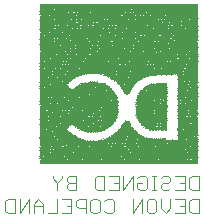
<source format=gbo>
G75*
%MOIN*%
%OFA0B0*%
%FSLAX25Y25*%
%IPPOS*%
%LPD*%
%AMOC8*
5,1,8,0,0,1.08239X$1,22.5*
%
%ADD10C,0.00400*%
%ADD11R,0.52756X0.00197*%
%ADD12R,0.52559X0.00197*%
%ADD13R,0.09843X0.00197*%
%ADD14R,0.18701X0.00197*%
%ADD15R,0.23622X0.00197*%
%ADD16R,0.06890X0.00197*%
%ADD17R,0.07480X0.00197*%
%ADD18R,0.01575X0.00197*%
%ADD19R,0.05906X0.00197*%
%ADD20R,0.03150X0.00197*%
%ADD21R,0.02953X0.00197*%
%ADD22R,0.04724X0.00197*%
%ADD23R,0.08661X0.00197*%
%ADD24R,0.01772X0.00197*%
%ADD25R,0.07283X0.00197*%
%ADD26R,0.02559X0.00197*%
%ADD27R,0.06496X0.00197*%
%ADD28R,0.01181X0.00197*%
%ADD29R,0.02165X0.00197*%
%ADD30R,0.00984X0.00197*%
%ADD31R,0.00394X0.00197*%
%ADD32R,0.06299X0.00197*%
%ADD33R,0.04331X0.00197*%
%ADD34R,0.08268X0.00197*%
%ADD35R,0.09252X0.00197*%
%ADD36R,0.03937X0.00197*%
%ADD37R,0.05709X0.00197*%
%ADD38R,0.04921X0.00197*%
%ADD39R,0.00787X0.00197*%
%ADD40R,0.00197X0.00197*%
%ADD41R,0.04528X0.00197*%
%ADD42R,0.09055X0.00197*%
%ADD43R,0.03740X0.00197*%
%ADD44R,0.01969X0.00197*%
%ADD45R,0.02756X0.00197*%
%ADD46R,0.03543X0.00197*%
%ADD47R,0.02362X0.00197*%
%ADD48R,0.12598X0.00197*%
%ADD49R,0.12205X0.00197*%
%ADD50R,0.11614X0.00197*%
%ADD51R,0.05315X0.00197*%
%ADD52R,0.10827X0.00197*%
%ADD53R,0.18110X0.00197*%
%ADD54R,0.00591X0.00197*%
%ADD55R,0.01378X0.00197*%
%ADD56R,0.05512X0.00197*%
%ADD57R,0.03346X0.00197*%
%ADD58R,0.14370X0.00197*%
%ADD59R,0.05118X0.00197*%
%ADD60R,0.08858X0.00197*%
%ADD61R,0.10630X0.00197*%
%ADD62R,0.04134X0.00197*%
%ADD63R,0.07087X0.00197*%
%ADD64R,0.09646X0.00197*%
%ADD65R,0.06102X0.00197*%
%ADD66R,0.07874X0.00197*%
%ADD67R,0.13583X0.00197*%
%ADD68R,0.11417X0.00197*%
%ADD69R,0.11024X0.00197*%
%ADD70R,0.11220X0.00197*%
%ADD71R,0.06693X0.00197*%
%ADD72R,0.19488X0.00197*%
%ADD73R,0.08465X0.00197*%
%ADD74R,0.12402X0.00197*%
%ADD75R,0.11811X0.00197*%
%ADD76R,0.16732X0.00197*%
%ADD77R,0.12992X0.00197*%
%ADD78R,0.23819X0.00197*%
%ADD79R,0.18504X0.00197*%
%ADD80R,0.18307X0.00197*%
%ADD81R,0.17323X0.00197*%
%ADD82R,0.12008X0.00197*%
%ADD83R,0.07677X0.00197*%
%ADD84R,0.15157X0.00197*%
%ADD85R,0.10039X0.00197*%
%ADD86R,0.09449X0.00197*%
%ADD87R,0.17126X0.00197*%
%ADD88R,0.10433X0.00197*%
%ADD89R,0.15945X0.00197*%
%ADD90R,0.21850X0.00197*%
%ADD91R,0.10236X0.00197*%
%ADD92R,0.08071X0.00197*%
%ADD93R,0.14173X0.00197*%
%ADD94R,0.16142X0.00197*%
%ADD95R,0.17520X0.00197*%
%ADD96R,0.15748X0.00197*%
%ADD97R,0.12795X0.00197*%
%ADD98R,0.18898X0.00197*%
%ADD99R,0.16929X0.00197*%
%ADD100R,0.16339X0.00197*%
%ADD101R,0.13386X0.00197*%
%ADD102R,0.13189X0.00197*%
%ADD103R,0.21260X0.00197*%
%ADD104R,0.17913X0.00197*%
%ADD105R,0.13976X0.00197*%
D10*
X0154085Y0063660D02*
X0154085Y0066808D01*
X0154872Y0067595D01*
X0157233Y0067595D01*
X0157233Y0062873D01*
X0154872Y0062873D01*
X0154085Y0063660D01*
X0158797Y0062873D02*
X0158797Y0067595D01*
X0161945Y0067595D02*
X0158797Y0062873D01*
X0161945Y0062873D02*
X0161945Y0067595D01*
X0163510Y0066021D02*
X0163510Y0062873D01*
X0163510Y0065234D02*
X0166658Y0065234D01*
X0166658Y0066021D02*
X0166658Y0062873D01*
X0168223Y0062873D02*
X0171371Y0062873D01*
X0171371Y0067595D01*
X0172935Y0067595D02*
X0176083Y0067595D01*
X0176083Y0062873D01*
X0172935Y0062873D01*
X0174509Y0065234D02*
X0176083Y0065234D01*
X0177648Y0065234D02*
X0177648Y0066808D01*
X0178435Y0067595D01*
X0180796Y0067595D01*
X0180796Y0062873D01*
X0180796Y0064447D02*
X0178435Y0064447D01*
X0177648Y0065234D01*
X0182361Y0063660D02*
X0182361Y0066808D01*
X0183148Y0067595D01*
X0184722Y0067595D01*
X0185509Y0066808D01*
X0185509Y0063660D01*
X0184722Y0062873D01*
X0183148Y0062873D01*
X0182361Y0063660D01*
X0187073Y0063660D02*
X0187860Y0062873D01*
X0189434Y0062873D01*
X0190221Y0063660D01*
X0190221Y0066808D01*
X0189434Y0067595D01*
X0187860Y0067595D01*
X0187073Y0066808D01*
X0187080Y0070550D02*
X0184719Y0070550D01*
X0183932Y0071337D01*
X0183932Y0074486D01*
X0184719Y0075273D01*
X0187080Y0075273D01*
X0187080Y0070550D01*
X0188644Y0070550D02*
X0191792Y0070550D01*
X0191792Y0075273D01*
X0188644Y0075273D01*
X0190218Y0072911D02*
X0191792Y0072911D01*
X0193357Y0070550D02*
X0193357Y0075273D01*
X0196505Y0075273D02*
X0193357Y0070550D01*
X0196505Y0070550D02*
X0196505Y0075273D01*
X0198070Y0074486D02*
X0198857Y0075273D01*
X0200431Y0075273D01*
X0201218Y0074486D01*
X0201218Y0071337D01*
X0200431Y0070550D01*
X0198857Y0070550D01*
X0198070Y0071337D01*
X0198070Y0072911D01*
X0199644Y0072911D01*
X0202785Y0070550D02*
X0204359Y0070550D01*
X0203572Y0070550D02*
X0203572Y0075273D01*
X0204359Y0075273D02*
X0202785Y0075273D01*
X0205924Y0074486D02*
X0206711Y0075273D01*
X0208285Y0075273D01*
X0209072Y0074486D01*
X0209072Y0073698D01*
X0208285Y0072911D01*
X0206711Y0072911D01*
X0205924Y0072124D01*
X0205924Y0071337D01*
X0206711Y0070550D01*
X0208285Y0070550D01*
X0209072Y0071337D01*
X0210637Y0070550D02*
X0213785Y0070550D01*
X0213785Y0075273D01*
X0210637Y0075273D01*
X0212211Y0072911D02*
X0213785Y0072911D01*
X0215349Y0071337D02*
X0216136Y0070550D01*
X0218498Y0070550D01*
X0218498Y0075273D01*
X0216136Y0075273D01*
X0215349Y0074486D01*
X0215349Y0071337D01*
X0216136Y0067595D02*
X0218498Y0067595D01*
X0218498Y0062873D01*
X0216136Y0062873D01*
X0215349Y0063660D01*
X0215349Y0066808D01*
X0216136Y0067595D01*
X0213785Y0067595D02*
X0213785Y0062873D01*
X0210637Y0062873D01*
X0209072Y0064447D02*
X0209072Y0067595D01*
X0210637Y0067595D02*
X0213785Y0067595D01*
X0213785Y0065234D02*
X0212211Y0065234D01*
X0209072Y0064447D02*
X0207498Y0062873D01*
X0205924Y0064447D01*
X0205924Y0067595D01*
X0204359Y0066808D02*
X0204359Y0063660D01*
X0203572Y0062873D01*
X0201998Y0062873D01*
X0201211Y0063660D01*
X0201211Y0066808D01*
X0201998Y0067595D01*
X0203572Y0067595D01*
X0204359Y0066808D01*
X0199647Y0067595D02*
X0199647Y0062873D01*
X0196499Y0062873D02*
X0199647Y0067595D01*
X0196499Y0067595D02*
X0196499Y0062873D01*
X0177654Y0070550D02*
X0175293Y0070550D01*
X0174506Y0071337D01*
X0174506Y0072124D01*
X0175293Y0072911D01*
X0177654Y0072911D01*
X0177654Y0070550D02*
X0177654Y0075273D01*
X0175293Y0075273D01*
X0174506Y0074486D01*
X0174506Y0073698D01*
X0175293Y0072911D01*
X0172942Y0074486D02*
X0171368Y0072911D01*
X0171368Y0070550D01*
X0171368Y0072911D02*
X0169793Y0074486D01*
X0169793Y0075273D01*
X0172942Y0075273D02*
X0172942Y0074486D01*
X0165084Y0067595D02*
X0163510Y0066021D01*
X0165084Y0067595D02*
X0166658Y0066021D01*
D11*
X0191827Y0079406D03*
X0191827Y0131571D03*
X0192024Y0132161D03*
D12*
X0191926Y0131965D03*
X0191926Y0131768D03*
X0191926Y0131374D03*
X0191926Y0079799D03*
X0191926Y0079602D03*
D13*
X0186316Y0082555D03*
X0182575Y0098106D03*
X0194386Y0107358D03*
X0190646Y0117398D03*
X0192418Y0120154D03*
X0191040Y0121531D03*
X0190646Y0123500D03*
X0184741Y0118972D03*
X0170568Y0125469D03*
X0170371Y0104799D03*
X0170568Y0097909D03*
X0205213Y0082555D03*
X0213284Y0079996D03*
X0213284Y0085902D03*
D14*
X0204524Y0083933D03*
X0198816Y0079996D03*
X0185627Y0083933D03*
X0183068Y0086492D03*
D15*
X0177457Y0079996D03*
D16*
X0181099Y0085508D03*
X0178540Y0094169D03*
X0177753Y0093972D03*
X0171257Y0086886D03*
X0169091Y0087673D03*
X0170272Y0081571D03*
X0171257Y0101453D03*
X0178934Y0112673D03*
X0185233Y0112870D03*
X0186217Y0113657D03*
X0186611Y0115429D03*
X0190745Y0125075D03*
X0197438Y0112280D03*
X0194682Y0106374D03*
X0203146Y0103815D03*
X0204721Y0104996D03*
X0203737Y0109130D03*
X0214957Y0103815D03*
X0214957Y0099091D03*
X0214957Y0097909D03*
X0214760Y0097319D03*
X0214957Y0094366D03*
X0214957Y0093185D03*
X0214957Y0092004D03*
X0204721Y0092791D03*
X0204524Y0090823D03*
X0214957Y0080193D03*
X0214760Y0124681D03*
X0206296Y0131177D03*
X0171453Y0130390D03*
X0171257Y0124878D03*
X0169091Y0113461D03*
D17*
X0169386Y0111098D03*
X0169386Y0106571D03*
X0169386Y0101059D03*
X0178638Y0102437D03*
X0171946Y0089642D03*
X0173717Y0085508D03*
X0188678Y0080193D03*
X0201473Y0097516D03*
X0202851Y0092398D03*
X0204426Y0091217D03*
X0207575Y0080193D03*
X0214465Y0080783D03*
X0214465Y0112476D03*
X0208953Y0112083D03*
X0204032Y0111689D03*
X0202851Y0114642D03*
X0201473Y0121335D03*
X0202654Y0122122D03*
X0191040Y0115232D03*
X0190646Y0113461D03*
X0191631Y0113067D03*
X0182379Y0120547D03*
X0182969Y0124287D03*
X0183363Y0127240D03*
X0178638Y0124878D03*
X0179820Y0115823D03*
X0188678Y0125665D03*
D18*
X0187694Y0124287D03*
X0184741Y0123500D03*
X0184741Y0123106D03*
X0188087Y0120744D03*
X0189859Y0120744D03*
X0192024Y0121138D03*
X0193009Y0122713D03*
X0193993Y0117791D03*
X0191827Y0117004D03*
X0195961Y0116217D03*
X0199505Y0123697D03*
X0201670Y0125469D03*
X0203442Y0127437D03*
X0203048Y0129209D03*
X0206198Y0130980D03*
X0210725Y0131177D03*
X0212497Y0131177D03*
X0214662Y0128815D03*
X0215253Y0129012D03*
X0216237Y0126059D03*
X0208953Y0124484D03*
X0208560Y0122713D03*
X0207772Y0119760D03*
X0208757Y0119563D03*
X0210135Y0111689D03*
X0213087Y0110902D03*
X0213087Y0110508D03*
X0217615Y0109720D03*
X0217418Y0113854D03*
X0217418Y0117201D03*
X0212300Y0102043D03*
X0212300Y0098894D03*
X0207379Y0099091D03*
X0207182Y0097713D03*
X0207182Y0103421D03*
X0202064Y0100469D03*
X0198520Y0100075D03*
X0194583Y0102437D03*
X0195371Y0104209D03*
X0195371Y0108146D03*
X0184544Y0103815D03*
X0184741Y0099091D03*
X0184544Y0095547D03*
X0182379Y0092988D03*
X0188284Y0093382D03*
X0194583Y0093185D03*
X0194977Y0086492D03*
X0195764Y0084720D03*
X0191827Y0085114D03*
X0185135Y0080980D03*
X0183953Y0080193D03*
X0176867Y0084720D03*
X0171158Y0086492D03*
X0171158Y0088264D03*
X0166434Y0085705D03*
X0166237Y0080390D03*
X0169977Y0081965D03*
X0166434Y0092004D03*
X0170568Y0096138D03*
X0166434Y0098303D03*
X0174505Y0112673D03*
X0177260Y0112083D03*
X0180213Y0114051D03*
X0176473Y0117594D03*
X0170371Y0115035D03*
X0170174Y0113854D03*
X0177260Y0124287D03*
X0178638Y0127240D03*
X0177260Y0129799D03*
X0176079Y0129602D03*
X0174701Y0131177D03*
X0172930Y0131177D03*
X0170371Y0129012D03*
X0180213Y0130390D03*
X0181591Y0128421D03*
X0181591Y0128028D03*
X0185331Y0129209D03*
X0187497Y0131177D03*
X0190056Y0131177D03*
X0191827Y0131177D03*
X0193599Y0131177D03*
X0194977Y0129602D03*
X0196158Y0129799D03*
X0198323Y0128618D03*
X0199111Y0130390D03*
X0185725Y0118776D03*
X0179426Y0100075D03*
X0202851Y0080193D03*
X0204032Y0080980D03*
X0212300Y0089051D03*
X0212300Y0089642D03*
X0217418Y0091020D03*
X0217615Y0089642D03*
X0217418Y0094957D03*
X0217418Y0098303D03*
D19*
X0215449Y0106177D03*
X0209150Y0110902D03*
X0205016Y0113264D03*
X0200686Y0110902D03*
X0195764Y0113854D03*
X0192418Y0118185D03*
X0184347Y0122713D03*
X0181985Y0128815D03*
X0178245Y0128224D03*
X0175883Y0121335D03*
X0172142Y0118185D03*
X0172536Y0117594D03*
X0168599Y0119760D03*
X0170568Y0125665D03*
X0168599Y0104996D03*
X0173717Y0098697D03*
X0175883Y0093776D03*
X0168599Y0091413D03*
X0173127Y0083933D03*
X0176867Y0081571D03*
X0180016Y0080193D03*
X0186316Y0084524D03*
X0195764Y0081571D03*
X0198914Y0080193D03*
X0205213Y0084524D03*
X0209938Y0085114D03*
X0212694Y0084917D03*
X0215253Y0083343D03*
X0200686Y0095154D03*
X0200686Y0095941D03*
X0200883Y0100862D03*
X0194583Y0090429D03*
X0188481Y0095547D03*
X0185725Y0097713D03*
X0184544Y0099287D03*
X0183757Y0098303D03*
X0184741Y0103618D03*
X0203835Y0119760D03*
X0202064Y0123894D03*
X0196552Y0127043D03*
X0215253Y0121138D03*
D20*
X0214465Y0122319D03*
X0213481Y0120350D03*
X0213678Y0116610D03*
X0216631Y0115035D03*
X0216631Y0109327D03*
X0213087Y0108539D03*
X0213087Y0104406D03*
X0213087Y0100469D03*
X0216827Y0095941D03*
X0213087Y0094169D03*
X0213087Y0090232D03*
X0216631Y0089248D03*
X0216827Y0088461D03*
X0216631Y0084720D03*
X0214465Y0084524D03*
X0213284Y0081571D03*
X0216631Y0081571D03*
X0206394Y0100075D03*
X0206394Y0101059D03*
X0200489Y0108539D03*
X0194583Y0104012D03*
X0199308Y0099287D03*
X0199308Y0096335D03*
X0195371Y0090626D03*
X0195961Y0085114D03*
X0194190Y0080193D03*
X0189465Y0085311D03*
X0187497Y0091610D03*
X0189859Y0096138D03*
X0188875Y0102831D03*
X0181985Y0095547D03*
X0178638Y0092004D03*
X0178835Y0091807D03*
X0176276Y0087870D03*
X0169583Y0086098D03*
X0168599Y0088264D03*
X0167221Y0090035D03*
X0167221Y0092594D03*
X0167221Y0096335D03*
X0167221Y0102634D03*
X0167221Y0108736D03*
X0167221Y0111295D03*
X0169190Y0113067D03*
X0167221Y0115035D03*
X0167221Y0117594D03*
X0169386Y0118579D03*
X0172536Y0117398D03*
X0176867Y0117398D03*
X0177851Y0116020D03*
X0175883Y0112476D03*
X0179229Y0111886D03*
X0182379Y0113067D03*
X0182772Y0114839D03*
X0183560Y0114642D03*
X0183560Y0115232D03*
X0182772Y0118776D03*
X0179032Y0122122D03*
X0178835Y0122909D03*
X0182772Y0124681D03*
X0183560Y0126846D03*
X0183166Y0129012D03*
X0187497Y0128618D03*
X0190843Y0128618D03*
X0191827Y0127043D03*
X0191040Y0122516D03*
X0195371Y0122516D03*
X0197142Y0122122D03*
X0200489Y0122713D03*
X0201473Y0125862D03*
X0206591Y0119169D03*
X0206198Y0116217D03*
X0207772Y0115823D03*
X0210331Y0116020D03*
X0208953Y0113461D03*
X0216631Y0122909D03*
X0213481Y0130193D03*
X0209347Y0128421D03*
X0209150Y0127437D03*
X0207379Y0129996D03*
X0172339Y0109720D03*
X0167221Y0121335D03*
X0167221Y0123894D03*
X0167221Y0127634D03*
X0167221Y0130193D03*
X0167221Y0083343D03*
X0175292Y0080193D03*
D21*
X0172044Y0080193D03*
X0171257Y0080783D03*
X0170075Y0080390D03*
X0170075Y0081374D03*
X0167123Y0084327D03*
X0167123Y0084917D03*
X0166926Y0088657D03*
X0167123Y0090823D03*
X0167123Y0091217D03*
X0166926Y0094957D03*
X0167123Y0097122D03*
X0167123Y0097516D03*
X0166926Y0101256D03*
X0167123Y0103421D03*
X0167123Y0103815D03*
X0166926Y0107555D03*
X0167123Y0109720D03*
X0167123Y0110114D03*
X0166926Y0113854D03*
X0167123Y0116020D03*
X0167123Y0116413D03*
X0169879Y0118382D03*
X0172831Y0119169D03*
X0175194Y0117004D03*
X0176178Y0115626D03*
X0173816Y0110902D03*
X0174012Y0109524D03*
X0174012Y0100862D03*
X0173816Y0099484D03*
X0173619Y0091020D03*
X0171060Y0091217D03*
X0173028Y0085311D03*
X0190351Y0098303D03*
X0187989Y0104012D03*
X0199209Y0095744D03*
X0199406Y0094366D03*
X0200981Y0095350D03*
X0206493Y0095350D03*
X0206493Y0092988D03*
X0212989Y0092791D03*
X0212989Y0094957D03*
X0216729Y0096925D03*
X0216729Y0097713D03*
X0216729Y0092398D03*
X0212989Y0090035D03*
X0216729Y0086098D03*
X0216729Y0081965D03*
X0213383Y0082555D03*
X0194091Y0085311D03*
X0212989Y0104799D03*
X0212989Y0105390D03*
X0216729Y0105587D03*
X0216926Y0107358D03*
X0216729Y0110311D03*
X0212398Y0117004D03*
X0213383Y0118382D03*
X0213186Y0119366D03*
X0210823Y0118185D03*
X0209052Y0112476D03*
X0207871Y0112673D03*
X0207083Y0110508D03*
X0207674Y0110311D03*
X0204327Y0115035D03*
X0203934Y0120547D03*
X0205509Y0121728D03*
X0206099Y0128421D03*
X0203540Y0129799D03*
X0201965Y0129012D03*
X0196060Y0123697D03*
X0196257Y0119366D03*
X0198422Y0116217D03*
X0185430Y0117791D03*
X0183855Y0117594D03*
X0181296Y0119760D03*
X0181493Y0120744D03*
X0180705Y0122516D03*
X0179131Y0121138D03*
X0183461Y0129996D03*
X0185036Y0131177D03*
X0186611Y0129996D03*
X0167123Y0129209D03*
X0167123Y0128618D03*
X0167123Y0122909D03*
X0167123Y0122319D03*
X0166926Y0120154D03*
X0214367Y0130390D03*
X0216729Y0130193D03*
X0216729Y0129209D03*
D22*
X0215843Y0125862D03*
X0215843Y0125469D03*
X0215843Y0120154D03*
X0213481Y0114839D03*
X0210331Y0116217D03*
X0206394Y0117594D03*
X0203442Y0123303D03*
X0205016Y0128618D03*
X0199505Y0129799D03*
X0195174Y0127634D03*
X0194977Y0125665D03*
X0196355Y0122713D03*
X0195961Y0120350D03*
X0199111Y0117594D03*
X0195174Y0112476D03*
X0194190Y0112083D03*
X0196355Y0110705D03*
X0196749Y0107161D03*
X0192615Y0106965D03*
X0188284Y0102437D03*
X0186512Y0104602D03*
X0183953Y0104799D03*
X0185528Y0100469D03*
X0181591Y0098500D03*
X0177457Y0095941D03*
X0175095Y0098106D03*
X0175095Y0098500D03*
X0175686Y0100075D03*
X0176276Y0101256D03*
X0175095Y0102634D03*
X0177457Y0103028D03*
X0177457Y0110311D03*
X0183363Y0113461D03*
X0182969Y0116020D03*
X0179820Y0117594D03*
X0183560Y0120154D03*
X0188678Y0120547D03*
X0186906Y0114839D03*
X0183757Y0125469D03*
X0182575Y0126059D03*
X0180607Y0129799D03*
X0172142Y0122516D03*
X0171158Y0122319D03*
X0173323Y0121138D03*
X0172733Y0118972D03*
X0168009Y0117988D03*
X0168009Y0120941D03*
X0168009Y0124287D03*
X0167812Y0125272D03*
X0168009Y0127240D03*
X0168009Y0130587D03*
X0170174Y0130783D03*
X0168009Y0111689D03*
X0168009Y0105390D03*
X0169386Y0103028D03*
X0168009Y0099091D03*
X0176867Y0083343D03*
X0183560Y0083343D03*
X0189072Y0083343D03*
X0183166Y0089839D03*
X0188481Y0093579D03*
X0189465Y0096728D03*
X0198127Y0088067D03*
X0199308Y0087673D03*
X0195764Y0083343D03*
X0202457Y0083343D03*
X0207969Y0083343D03*
X0208560Y0085705D03*
X0215843Y0082358D03*
X0215843Y0090626D03*
X0205607Y0097319D03*
X0202064Y0099091D03*
X0201079Y0102634D03*
X0202260Y0110705D03*
X0210528Y0111492D03*
X0215843Y0110705D03*
X0213875Y0104209D03*
X0200489Y0093972D03*
X0168009Y0080193D03*
D23*
X0171749Y0092004D03*
X0178638Y0100469D03*
X0185135Y0104406D03*
X0185528Y0117201D03*
X0193796Y0115823D03*
X0209938Y0126059D03*
X0213875Y0115823D03*
X0203638Y0097122D03*
X0203638Y0096138D03*
X0203638Y0092201D03*
X0211709Y0081768D03*
X0213875Y0080390D03*
X0183166Y0090626D03*
X0173520Y0120547D03*
X0171552Y0123697D03*
D24*
X0170272Y0120154D03*
X0170863Y0117201D03*
X0175194Y0116020D03*
X0176572Y0111886D03*
X0179918Y0113461D03*
X0183264Y0118382D03*
X0188383Y0123894D03*
X0190154Y0121138D03*
X0190942Y0121728D03*
X0192123Y0119563D03*
X0196060Y0119957D03*
X0195272Y0125075D03*
X0196060Y0126256D03*
X0195469Y0128224D03*
X0192516Y0125469D03*
X0187201Y0129209D03*
X0177949Y0127634D03*
X0176768Y0127831D03*
X0170469Y0128815D03*
X0170469Y0130193D03*
X0166532Y0125665D03*
X0166532Y0119366D03*
X0166532Y0113067D03*
X0169682Y0109720D03*
X0170075Y0107949D03*
X0174012Y0105193D03*
X0170469Y0103815D03*
X0174012Y0099091D03*
X0173816Y0092791D03*
X0171847Y0092791D03*
X0170469Y0092594D03*
X0166532Y0094169D03*
X0166532Y0095154D03*
X0166532Y0100469D03*
X0166532Y0106768D03*
X0171257Y0112673D03*
X0182674Y0103815D03*
X0184839Y0100272D03*
X0186808Y0100272D03*
X0187792Y0098303D03*
X0190942Y0097319D03*
X0198422Y0095350D03*
X0200784Y0095547D03*
X0203146Y0092988D03*
X0207280Y0094366D03*
X0205509Y0099091D03*
X0201965Y0099287D03*
X0198619Y0099091D03*
X0193304Y0107161D03*
X0190351Y0110311D03*
X0189170Y0110902D03*
X0189957Y0112083D03*
X0197635Y0114642D03*
X0202556Y0116020D03*
X0204721Y0113854D03*
X0204524Y0110508D03*
X0202359Y0111295D03*
X0206886Y0116610D03*
X0210036Y0112870D03*
X0214760Y0107555D03*
X0217320Y0104209D03*
X0217516Y0101453D03*
X0212398Y0096728D03*
X0212398Y0095154D03*
X0212398Y0090626D03*
X0212595Y0085508D03*
X0208461Y0080390D03*
X0205115Y0083146D03*
X0205902Y0085114D03*
X0194288Y0087083D03*
X0189564Y0080390D03*
X0186217Y0083146D03*
X0180705Y0091610D03*
X0179131Y0094563D03*
X0183068Y0095154D03*
X0170075Y0086689D03*
X0166532Y0087870D03*
X0166532Y0088854D03*
X0201572Y0124484D03*
X0202359Y0124287D03*
X0208068Y0129012D03*
X0214564Y0127831D03*
X0214367Y0131177D03*
X0217516Y0120350D03*
D25*
X0214564Y0114642D03*
X0204327Y0104799D03*
X0201375Y0098303D03*
X0193894Y0110902D03*
X0183855Y0117988D03*
X0190745Y0129799D03*
X0202162Y0128815D03*
X0175194Y0101846D03*
X0169288Y0102043D03*
X0171257Y0094169D03*
X0176178Y0092594D03*
X0173028Y0088657D03*
X0173028Y0082949D03*
X0184839Y0080390D03*
X0203737Y0080390D03*
X0169288Y0112280D03*
X0169288Y0129406D03*
D26*
X0166926Y0126846D03*
X0166926Y0125075D03*
X0169288Y0122122D03*
X0166926Y0120547D03*
X0166926Y0118776D03*
X0168501Y0117201D03*
X0166926Y0114248D03*
X0166926Y0112476D03*
X0168501Y0110902D03*
X0166926Y0106177D03*
X0168501Y0104602D03*
X0166926Y0099878D03*
X0166926Y0099287D03*
X0171847Y0100075D03*
X0172831Y0100469D03*
X0172831Y0099287D03*
X0170666Y0094957D03*
X0170469Y0092988D03*
X0166926Y0092988D03*
X0166926Y0093579D03*
X0166926Y0087280D03*
X0166926Y0086689D03*
X0169682Y0087280D03*
X0174012Y0091217D03*
X0178737Y0093579D03*
X0179131Y0096335D03*
X0179721Y0097516D03*
X0181099Y0096925D03*
X0184839Y0095941D03*
X0184642Y0098697D03*
X0190351Y0095154D03*
X0194485Y0092594D03*
X0199012Y0096531D03*
X0199012Y0096728D03*
X0199012Y0099484D03*
X0199997Y0102831D03*
X0204327Y0101846D03*
X0204327Y0100665D03*
X0204327Y0100469D03*
X0204327Y0099287D03*
X0202162Y0098106D03*
X0206690Y0097516D03*
X0203343Y0092594D03*
X0199603Y0093776D03*
X0199800Y0084917D03*
X0198619Y0080390D03*
X0179721Y0080390D03*
X0194485Y0103618D03*
X0190942Y0107161D03*
X0195469Y0108736D03*
X0196650Y0109130D03*
X0197438Y0108539D03*
X0199012Y0114445D03*
X0197241Y0117988D03*
X0195272Y0117594D03*
X0194682Y0118972D03*
X0194288Y0121138D03*
X0190745Y0123894D03*
X0188579Y0122122D03*
X0188579Y0121728D03*
X0187792Y0121138D03*
X0186808Y0117594D03*
X0184249Y0116413D03*
X0182477Y0116807D03*
X0182083Y0115035D03*
X0184249Y0114445D03*
X0184642Y0111886D03*
X0180115Y0110902D03*
X0177359Y0114839D03*
X0175390Y0114445D03*
X0179918Y0116217D03*
X0179524Y0122319D03*
X0180115Y0129012D03*
X0184642Y0129799D03*
X0192713Y0128028D03*
X0195075Y0124681D03*
X0199012Y0129012D03*
X0200784Y0129209D03*
X0201178Y0127437D03*
X0203737Y0127240D03*
X0201375Y0131177D03*
X0208855Y0128618D03*
X0216926Y0124091D03*
X0216926Y0114248D03*
X0216926Y0112870D03*
X0216926Y0109524D03*
X0216926Y0109130D03*
X0216926Y0108146D03*
X0217123Y0104602D03*
X0212792Y0106768D03*
X0212792Y0107161D03*
X0212792Y0108343D03*
X0209839Y0111295D03*
X0206690Y0111492D03*
X0202556Y0112870D03*
X0206690Y0118185D03*
X0206690Y0103618D03*
X0216926Y0090429D03*
X0217123Y0084917D03*
X0190745Y0114839D03*
D27*
X0194288Y0114445D03*
X0189760Y0110705D03*
X0196453Y0107555D03*
X0197831Y0112870D03*
X0202753Y0119366D03*
X0202949Y0124878D03*
X0204918Y0126453D03*
X0209249Y0123894D03*
X0211217Y0120744D03*
X0212792Y0119169D03*
X0215154Y0113264D03*
X0215154Y0125075D03*
X0196257Y0130193D03*
X0192516Y0123106D03*
X0187595Y0119760D03*
X0176768Y0124681D03*
X0178146Y0127437D03*
X0177359Y0130193D03*
X0173816Y0130587D03*
X0174209Y0126256D03*
X0176572Y0120744D03*
X0170272Y0109327D03*
X0168894Y0100272D03*
X0174012Y0093579D03*
X0174800Y0100665D03*
X0179918Y0097909D03*
X0183068Y0090232D03*
X0180312Y0082949D03*
X0174997Y0080390D03*
X0168894Y0088461D03*
X0180705Y0104602D03*
X0201178Y0094957D03*
X0199209Y0082949D03*
X0193894Y0080390D03*
X0192320Y0082949D03*
X0189564Y0080587D03*
X0208461Y0080587D03*
X0211217Y0082949D03*
D28*
X0206985Y0081965D03*
X0205213Y0082358D03*
X0203442Y0081965D03*
X0201670Y0083736D03*
X0206001Y0085311D03*
X0207379Y0091413D03*
X0207379Y0092398D03*
X0207379Y0095744D03*
X0212103Y0094563D03*
X0214465Y0092398D03*
X0215253Y0090035D03*
X0212103Y0089248D03*
X0214465Y0086098D03*
X0216040Y0085114D03*
X0213284Y0099287D03*
X0213284Y0102437D03*
X0208560Y0111689D03*
X0208953Y0114642D03*
X0206591Y0115035D03*
X0206788Y0116807D03*
X0206788Y0119366D03*
X0202654Y0120350D03*
X0201670Y0120547D03*
X0197733Y0119957D03*
X0195174Y0117988D03*
X0194386Y0119169D03*
X0190646Y0122122D03*
X0190253Y0123697D03*
X0195371Y0127831D03*
X0204426Y0124681D03*
X0205607Y0126256D03*
X0207969Y0126256D03*
X0208953Y0126453D03*
X0214662Y0127240D03*
X0216237Y0128815D03*
X0217615Y0128815D03*
X0202457Y0114051D03*
X0199505Y0113854D03*
X0198520Y0113657D03*
X0198520Y0111886D03*
X0197142Y0111886D03*
X0195174Y0113461D03*
X0194386Y0115035D03*
X0193009Y0114051D03*
X0194386Y0111295D03*
X0190646Y0109130D03*
X0189859Y0111295D03*
X0184741Y0113067D03*
X0180016Y0113067D03*
X0177654Y0115232D03*
X0179229Y0117398D03*
X0179426Y0120154D03*
X0183560Y0119760D03*
X0173717Y0118382D03*
X0172339Y0119760D03*
X0171749Y0118579D03*
X0173520Y0116020D03*
X0173323Y0114445D03*
X0171946Y0115035D03*
X0172930Y0112673D03*
X0170174Y0108736D03*
X0170568Y0104602D03*
X0166237Y0103028D03*
X0166237Y0096925D03*
X0166237Y0090626D03*
X0166237Y0088264D03*
X0166040Y0081571D03*
X0167812Y0080390D03*
X0171946Y0086098D03*
X0173520Y0085114D03*
X0172930Y0088461D03*
X0172339Y0091413D03*
X0171749Y0096335D03*
X0176079Y0099484D03*
X0179623Y0101846D03*
X0180804Y0104799D03*
X0184741Y0100075D03*
X0184741Y0097516D03*
X0187497Y0097909D03*
X0189859Y0093382D03*
X0194583Y0087476D03*
X0191827Y0085311D03*
X0188087Y0081965D03*
X0186316Y0082358D03*
X0184544Y0081965D03*
X0182772Y0083736D03*
X0179623Y0095547D03*
X0188678Y0101059D03*
X0193796Y0104209D03*
X0202064Y0099484D03*
X0197142Y0116020D03*
X0170568Y0123500D03*
X0166237Y0121925D03*
X0166237Y0128224D03*
X0166237Y0115626D03*
X0166237Y0109327D03*
D29*
X0166729Y0109524D03*
X0166532Y0112083D03*
X0169485Y0112083D03*
X0166729Y0115823D03*
X0166729Y0117791D03*
X0166729Y0121138D03*
X0166729Y0122122D03*
X0170666Y0121335D03*
X0174209Y0118776D03*
X0176178Y0116413D03*
X0179918Y0114839D03*
X0183461Y0115626D03*
X0186611Y0113067D03*
X0186414Y0112083D03*
X0187201Y0119169D03*
X0189760Y0124287D03*
X0192516Y0124091D03*
X0192123Y0125862D03*
X0193107Y0126059D03*
X0189564Y0128421D03*
X0185823Y0126256D03*
X0180509Y0125272D03*
X0182280Y0131177D03*
X0192516Y0119169D03*
X0196650Y0118185D03*
X0199012Y0118185D03*
X0202753Y0117594D03*
X0204918Y0111886D03*
X0204918Y0110902D03*
X0203737Y0111098D03*
X0201375Y0111098D03*
X0196650Y0105783D03*
X0194682Y0103224D03*
X0194485Y0103028D03*
X0194682Y0102634D03*
X0192713Y0105587D03*
X0194091Y0107949D03*
X0188973Y0103618D03*
X0190548Y0101059D03*
X0185233Y0100665D03*
X0186611Y0096531D03*
X0187792Y0096335D03*
X0190351Y0094366D03*
X0191532Y0089445D03*
X0194485Y0092988D03*
X0199997Y0092791D03*
X0200587Y0091807D03*
X0203737Y0095350D03*
X0204524Y0095547D03*
X0204721Y0094563D03*
X0206886Y0095547D03*
X0206886Y0099287D03*
X0206886Y0100469D03*
X0206886Y0100665D03*
X0206886Y0101846D03*
X0200587Y0101059D03*
X0198816Y0101256D03*
X0198816Y0098500D03*
X0206886Y0091610D03*
X0204131Y0085311D03*
X0201965Y0081768D03*
X0213579Y0080587D03*
X0217123Y0080587D03*
X0214170Y0085114D03*
X0212595Y0087476D03*
X0217123Y0089445D03*
X0217123Y0090035D03*
X0217123Y0092594D03*
X0217123Y0093382D03*
X0212595Y0093382D03*
X0212595Y0093776D03*
X0212595Y0092398D03*
X0212595Y0098106D03*
X0212595Y0099878D03*
X0212595Y0101256D03*
X0212595Y0103028D03*
X0212595Y0105193D03*
X0212595Y0106571D03*
X0212595Y0107555D03*
X0212398Y0108933D03*
X0215548Y0108736D03*
X0217123Y0111492D03*
X0212005Y0113657D03*
X0217123Y0118382D03*
X0217320Y0119169D03*
X0217123Y0124484D03*
X0217123Y0130390D03*
X0204524Y0129996D03*
X0202949Y0130783D03*
X0201375Y0128618D03*
X0198619Y0125665D03*
X0197241Y0127831D03*
X0217320Y0105390D03*
X0217123Y0104406D03*
X0217320Y0100272D03*
X0217123Y0099484D03*
X0183068Y0081768D03*
X0174209Y0091413D03*
X0170863Y0091020D03*
X0169879Y0090823D03*
X0169485Y0093579D03*
X0166729Y0092398D03*
X0166532Y0093185D03*
X0166532Y0086886D03*
X0166729Y0086098D03*
X0168894Y0082752D03*
X0170272Y0099287D03*
X0173816Y0103028D03*
X0174997Y0104209D03*
X0166729Y0105193D03*
X0166532Y0105783D03*
X0166729Y0103224D03*
X0166532Y0099484D03*
X0166729Y0127437D03*
X0166729Y0128421D03*
X0166729Y0130390D03*
D30*
X0171257Y0125272D03*
X0173422Y0125075D03*
X0173225Y0126453D03*
X0173619Y0129406D03*
X0176572Y0124484D03*
X0176178Y0120350D03*
X0175784Y0118972D03*
X0179131Y0118972D03*
X0180509Y0118185D03*
X0183264Y0117791D03*
X0184249Y0121531D03*
X0185430Y0121531D03*
X0183068Y0122516D03*
X0181296Y0121138D03*
X0182280Y0125272D03*
X0184052Y0126256D03*
X0187201Y0129406D03*
X0188776Y0129996D03*
X0190351Y0125272D03*
X0192713Y0123894D03*
X0192713Y0126846D03*
X0192516Y0129406D03*
X0196453Y0123106D03*
X0196650Y0121531D03*
X0194288Y0116807D03*
X0195666Y0115035D03*
X0196060Y0113067D03*
X0197241Y0113657D03*
X0199603Y0111098D03*
X0201965Y0112280D03*
X0202753Y0113854D03*
X0201965Y0118185D03*
X0200784Y0118185D03*
X0199800Y0121925D03*
X0199012Y0124878D03*
X0199209Y0125862D03*
X0204327Y0123106D03*
X0205902Y0125075D03*
X0204918Y0126059D03*
X0209052Y0125272D03*
X0211217Y0125075D03*
X0211020Y0126453D03*
X0211414Y0129406D03*
X0207674Y0130980D03*
X0208658Y0122516D03*
X0210823Y0120350D03*
X0211808Y0118776D03*
X0213973Y0118972D03*
X0208855Y0119169D03*
X0208068Y0119366D03*
X0208658Y0118185D03*
X0206690Y0118382D03*
X0205509Y0117791D03*
X0204721Y0118972D03*
X0204524Y0119957D03*
X0206099Y0120547D03*
X0208068Y0116020D03*
X0207871Y0115035D03*
X0208658Y0114839D03*
X0210233Y0114642D03*
X0209839Y0111098D03*
X0207871Y0111295D03*
X0213776Y0113657D03*
X0217713Y0111886D03*
X0217713Y0107161D03*
X0215351Y0104406D03*
X0212005Y0102437D03*
X0212005Y0099287D03*
X0215154Y0094957D03*
X0217713Y0092988D03*
X0217910Y0090823D03*
X0217713Y0088264D03*
X0214957Y0090429D03*
X0213776Y0089051D03*
X0214367Y0084720D03*
X0215351Y0083736D03*
X0215351Y0080587D03*
X0212005Y0082358D03*
X0210627Y0085508D03*
X0208855Y0083736D03*
X0206886Y0084327D03*
X0207674Y0085902D03*
X0203540Y0084327D03*
X0202359Y0086295D03*
X0205115Y0091610D03*
X0205312Y0092594D03*
X0201572Y0102437D03*
X0195469Y0110114D03*
X0191532Y0108933D03*
X0188973Y0114642D03*
X0188776Y0115823D03*
X0190351Y0117004D03*
X0189170Y0120350D03*
X0191729Y0120547D03*
X0180115Y0115035D03*
X0177753Y0113657D03*
X0175390Y0114248D03*
X0174012Y0113264D03*
X0173225Y0113461D03*
X0174603Y0112280D03*
X0177556Y0110705D03*
X0180115Y0112083D03*
X0180705Y0102634D03*
X0180115Y0098303D03*
X0182477Y0094957D03*
X0180902Y0092004D03*
X0174406Y0095350D03*
X0173619Y0096925D03*
X0170469Y0096335D03*
X0169879Y0093776D03*
X0171060Y0093776D03*
X0172241Y0093776D03*
X0171257Y0089051D03*
X0169879Y0087476D03*
X0170863Y0084720D03*
X0173225Y0087673D03*
X0174012Y0087870D03*
X0175390Y0086886D03*
X0174997Y0086295D03*
X0175981Y0085311D03*
X0174209Y0082358D03*
X0177556Y0081177D03*
X0179524Y0082358D03*
X0184642Y0084327D03*
X0187989Y0084327D03*
X0188776Y0085902D03*
X0189957Y0083736D03*
X0193107Y0082358D03*
X0196453Y0081177D03*
X0198422Y0082358D03*
X0196650Y0085508D03*
X0193501Y0085902D03*
X0194288Y0093382D03*
X0191138Y0099091D03*
X0188579Y0099484D03*
X0187005Y0101650D03*
X0184642Y0098500D03*
X0187005Y0092201D03*
X0169879Y0100075D03*
X0170075Y0102437D03*
X0169879Y0106374D03*
X0171257Y0112083D03*
X0170075Y0116413D03*
X0171060Y0120941D03*
X0171257Y0122122D03*
X0166138Y0083736D03*
X0216138Y0127831D03*
X0217713Y0126059D03*
D31*
X0212497Y0123303D03*
X0211316Y0124091D03*
X0210922Y0124681D03*
X0209741Y0124091D03*
X0210135Y0126846D03*
X0209741Y0127634D03*
X0206985Y0129799D03*
X0205410Y0129602D03*
X0202064Y0127240D03*
X0200292Y0124484D03*
X0199111Y0121728D03*
X0199111Y0119366D03*
X0198914Y0117988D03*
X0198717Y0117791D03*
X0200292Y0117791D03*
X0201473Y0117004D03*
X0200292Y0115035D03*
X0203442Y0114051D03*
X0206985Y0114642D03*
X0211316Y0112870D03*
X0213087Y0112083D03*
X0213087Y0110705D03*
X0212890Y0115429D03*
X0213284Y0117791D03*
X0211709Y0117791D03*
X0212890Y0120547D03*
X0202260Y0121728D03*
X0201867Y0119563D03*
X0196355Y0118972D03*
X0195174Y0122122D03*
X0190843Y0115035D03*
X0188087Y0114642D03*
X0186906Y0115232D03*
X0186512Y0118185D03*
X0184741Y0123303D03*
X0184741Y0124681D03*
X0186512Y0125469D03*
X0184938Y0128028D03*
X0181591Y0128224D03*
X0181591Y0126846D03*
X0179820Y0126059D03*
X0181394Y0123500D03*
X0178245Y0120547D03*
X0177851Y0118579D03*
X0174701Y0123303D03*
X0173520Y0124091D03*
X0173127Y0124681D03*
X0171946Y0124091D03*
X0170568Y0126256D03*
X0172339Y0126846D03*
X0171946Y0127634D03*
X0169190Y0127634D03*
X0169190Y0130193D03*
X0169190Y0123894D03*
X0169190Y0121335D03*
X0171946Y0120941D03*
X0169190Y0117594D03*
X0169190Y0115035D03*
X0170764Y0114445D03*
X0171158Y0110902D03*
X0173520Y0111098D03*
X0169190Y0108736D03*
X0168796Y0107949D03*
X0168009Y0105783D03*
X0169190Y0105193D03*
X0171946Y0104996D03*
X0172339Y0102634D03*
X0172339Y0098500D03*
X0172339Y0098106D03*
X0174701Y0098303D03*
X0177851Y0098500D03*
X0178638Y0095547D03*
X0181788Y0095154D03*
X0181394Y0098697D03*
X0186512Y0097909D03*
X0186906Y0102831D03*
X0192418Y0108933D03*
X0190843Y0111295D03*
X0180016Y0111295D03*
X0169190Y0098894D03*
X0168796Y0101650D03*
X0168796Y0095350D03*
X0169190Y0092594D03*
X0170568Y0092791D03*
X0171158Y0090232D03*
X0168796Y0089051D03*
X0169190Y0086295D03*
X0172339Y0086492D03*
X0175489Y0083539D03*
X0176867Y0082161D03*
X0178638Y0082752D03*
X0178245Y0083539D03*
X0178442Y0085902D03*
X0179426Y0080587D03*
X0182575Y0081177D03*
X0184938Y0083146D03*
X0186316Y0083343D03*
X0192024Y0081177D03*
X0193205Y0080587D03*
X0195764Y0082161D03*
X0197536Y0082752D03*
X0197142Y0083539D03*
X0198323Y0080587D03*
X0201473Y0081177D03*
X0203835Y0083146D03*
X0205213Y0083343D03*
X0208560Y0084917D03*
X0211316Y0085705D03*
X0213284Y0083539D03*
X0216040Y0082555D03*
X0212103Y0080587D03*
X0210922Y0081177D03*
X0215646Y0093382D03*
X0205410Y0098303D03*
X0203835Y0098106D03*
X0203835Y0098500D03*
X0202064Y0097713D03*
X0202260Y0096531D03*
X0200292Y0098500D03*
X0203835Y0102634D03*
X0206198Y0102831D03*
X0195174Y0093382D03*
X0194386Y0083539D03*
X0174308Y0080587D03*
X0173127Y0081177D03*
X0169977Y0081177D03*
X0173914Y0093972D03*
X0172339Y0095154D03*
X0168009Y0112083D03*
D32*
X0168796Y0112870D03*
X0170174Y0113264D03*
X0168796Y0114642D03*
X0168796Y0116807D03*
X0173520Y0113657D03*
X0172339Y0111886D03*
X0173520Y0107358D03*
X0168599Y0109130D03*
X0168796Y0098500D03*
X0176867Y0093185D03*
X0183166Y0090035D03*
X0190646Y0087476D03*
X0182969Y0080587D03*
X0188481Y0098500D03*
X0185135Y0105193D03*
X0188875Y0111492D03*
X0187497Y0113854D03*
X0190449Y0116807D03*
X0188087Y0124091D03*
X0183953Y0122122D03*
X0180410Y0120350D03*
X0178835Y0116610D03*
X0168796Y0131177D03*
X0198717Y0113264D03*
X0201670Y0112476D03*
X0204820Y0114839D03*
X0211709Y0115035D03*
X0212890Y0119563D03*
X0204820Y0105390D03*
X0201276Y0102043D03*
X0200686Y0096925D03*
X0203442Y0091413D03*
X0202064Y0087083D03*
X0201867Y0080587D03*
X0212694Y0081374D03*
D33*
X0211512Y0084720D03*
X0210528Y0084524D03*
X0209741Y0084327D03*
X0208166Y0082358D03*
X0202260Y0082358D03*
X0200686Y0084327D03*
X0199898Y0084524D03*
X0198914Y0084720D03*
X0198717Y0083736D03*
X0196158Y0084917D03*
X0192615Y0084720D03*
X0191631Y0084524D03*
X0190843Y0084327D03*
X0189268Y0082358D03*
X0183363Y0082358D03*
X0181788Y0084327D03*
X0181001Y0084524D03*
X0180016Y0084720D03*
X0179820Y0083736D03*
X0176867Y0080980D03*
X0176867Y0080587D03*
X0172339Y0082752D03*
X0170371Y0082358D03*
X0167812Y0081768D03*
X0167615Y0085508D03*
X0173717Y0084720D03*
X0167615Y0091807D03*
X0169780Y0095154D03*
X0167615Y0098106D03*
X0169190Y0100665D03*
X0171552Y0101256D03*
X0173127Y0106374D03*
X0173127Y0108736D03*
X0174111Y0112083D03*
X0175883Y0114642D03*
X0173717Y0115823D03*
X0173520Y0120154D03*
X0175095Y0122122D03*
X0175883Y0122319D03*
X0176867Y0122516D03*
X0177064Y0125272D03*
X0173520Y0127831D03*
X0173717Y0128815D03*
X0170568Y0124681D03*
X0170961Y0122909D03*
X0167615Y0121728D03*
X0167615Y0128028D03*
X0167615Y0115429D03*
X0177457Y0111295D03*
X0180016Y0115626D03*
X0180607Y0116413D03*
X0180410Y0117791D03*
X0184150Y0121138D03*
X0185922Y0115823D03*
X0185725Y0115035D03*
X0188284Y0110114D03*
X0192812Y0116217D03*
X0187300Y0119957D03*
X0190843Y0122909D03*
X0188481Y0126846D03*
X0188284Y0128028D03*
X0191827Y0128224D03*
X0195174Y0128618D03*
X0195568Y0125862D03*
X0197733Y0124484D03*
X0201473Y0123106D03*
X0204426Y0122713D03*
X0205016Y0122319D03*
X0206788Y0121531D03*
X0207772Y0121925D03*
X0208166Y0120154D03*
X0209544Y0118382D03*
X0206788Y0116413D03*
X0202260Y0116217D03*
X0200489Y0115823D03*
X0202654Y0114445D03*
X0201473Y0111886D03*
X0199308Y0110311D03*
X0198323Y0110114D03*
X0203835Y0110311D03*
X0205016Y0110114D03*
X0201079Y0103028D03*
X0194583Y0104996D03*
X0188284Y0103028D03*
X0188087Y0092988D03*
X0186316Y0091217D03*
X0191237Y0088461D03*
X0195764Y0080980D03*
X0195764Y0080587D03*
X0202260Y0091610D03*
X0206001Y0095154D03*
X0206001Y0095941D03*
X0213678Y0092594D03*
X0216040Y0093776D03*
X0213678Y0089445D03*
X0216040Y0087083D03*
X0216040Y0105193D03*
X0216237Y0110902D03*
X0216237Y0122713D03*
X0211512Y0122516D03*
X0207575Y0126846D03*
X0211316Y0127831D03*
X0211512Y0128815D03*
X0198717Y0128224D03*
X0198717Y0120547D03*
X0198914Y0118972D03*
X0177260Y0098303D03*
X0177064Y0097713D03*
X0177457Y0096925D03*
X0176276Y0096138D03*
X0176079Y0097516D03*
D34*
X0171158Y0094366D03*
X0169780Y0080587D03*
X0191827Y0108539D03*
X0194386Y0106768D03*
X0200883Y0112083D03*
X0199111Y0115232D03*
X0196946Y0117004D03*
X0197339Y0119563D03*
X0194977Y0121925D03*
X0203835Y0104012D03*
X0209544Y0087083D03*
X0179229Y0119563D03*
X0171158Y0121925D03*
X0169780Y0116610D03*
D35*
X0181296Y0110114D03*
X0182280Y0112476D03*
X0185036Y0117004D03*
X0191729Y0111886D03*
X0194879Y0115429D03*
X0209446Y0115232D03*
X0210823Y0113854D03*
X0213776Y0123500D03*
X0203343Y0093382D03*
X0204721Y0081374D03*
X0205902Y0080783D03*
X0196453Y0080783D03*
X0195272Y0081374D03*
X0187005Y0080783D03*
X0185823Y0081374D03*
X0177556Y0080783D03*
X0176375Y0081374D03*
X0170272Y0084524D03*
X0187005Y0099878D03*
D36*
X0187694Y0099091D03*
X0189662Y0098106D03*
X0186119Y0096138D03*
X0186119Y0095154D03*
X0180804Y0099681D03*
X0182379Y0101846D03*
X0190843Y0107949D03*
X0190056Y0110508D03*
X0190449Y0113264D03*
X0193796Y0114248D03*
X0194977Y0114839D03*
X0194583Y0118579D03*
X0194386Y0120547D03*
X0195174Y0120941D03*
X0192812Y0120744D03*
X0188678Y0121925D03*
X0186512Y0121335D03*
X0186512Y0120350D03*
X0185135Y0120744D03*
X0188481Y0116217D03*
X0195961Y0109524D03*
X0196946Y0111098D03*
X0193402Y0105783D03*
X0199701Y0097713D03*
X0202851Y0096728D03*
X0203048Y0096335D03*
X0206001Y0096925D03*
X0206001Y0100862D03*
X0206198Y0102634D03*
X0203245Y0103618D03*
X0213481Y0108146D03*
X0216237Y0108343D03*
X0216237Y0106768D03*
X0216237Y0103028D03*
X0216237Y0101256D03*
X0216237Y0099878D03*
X0216237Y0098106D03*
X0215056Y0088264D03*
X0216434Y0087280D03*
X0215253Y0082752D03*
X0205213Y0081768D03*
X0199111Y0081177D03*
X0194583Y0091413D03*
X0186316Y0081768D03*
X0180213Y0081177D03*
X0174701Y0086098D03*
X0169583Y0083736D03*
X0167418Y0084720D03*
X0167615Y0081177D03*
X0167615Y0080783D03*
X0167615Y0089839D03*
X0167615Y0096138D03*
X0172733Y0102437D03*
X0171749Y0103618D03*
X0173323Y0104602D03*
X0169977Y0109524D03*
X0168993Y0115626D03*
X0170764Y0116020D03*
X0174505Y0118579D03*
X0177064Y0130390D03*
X0167418Y0128815D03*
X0189859Y0129406D03*
X0195961Y0130390D03*
X0197930Y0126846D03*
X0201670Y0130193D03*
X0202457Y0121925D03*
X0201276Y0117988D03*
X0208560Y0125075D03*
X0216237Y0123894D03*
X0215253Y0120547D03*
X0216434Y0115626D03*
X0216237Y0115232D03*
X0213284Y0111295D03*
X0209938Y0116610D03*
D37*
X0209642Y0120547D03*
X0207280Y0120350D03*
X0206099Y0123500D03*
X0210823Y0123697D03*
X0210823Y0127240D03*
X0215548Y0127437D03*
X0215351Y0118776D03*
X0214367Y0101650D03*
X0214367Y0098500D03*
X0215351Y0095744D03*
X0214367Y0090823D03*
X0215351Y0080980D03*
X0205312Y0083736D03*
X0203737Y0095744D03*
X0205115Y0098697D03*
X0205115Y0102437D03*
X0190154Y0115626D03*
X0188383Y0116020D03*
X0184446Y0110902D03*
X0183264Y0105980D03*
X0187989Y0102240D03*
X0188973Y0098697D03*
X0186414Y0083736D03*
X0193501Y0083736D03*
X0174603Y0083736D03*
X0174997Y0088264D03*
X0173422Y0089248D03*
X0172831Y0091807D03*
X0170666Y0093185D03*
X0170469Y0087870D03*
X0168304Y0083539D03*
X0172438Y0098894D03*
X0171060Y0102240D03*
X0171257Y0112476D03*
X0177556Y0120941D03*
X0180902Y0123106D03*
X0183461Y0122909D03*
X0185627Y0123697D03*
X0185430Y0128421D03*
X0182871Y0128618D03*
X0180705Y0127831D03*
X0178540Y0125862D03*
X0168304Y0129996D03*
X0179918Y0114445D03*
X0192516Y0124484D03*
X0193107Y0126453D03*
D38*
X0194485Y0124878D03*
X0199209Y0123500D03*
X0202359Y0119169D03*
X0201768Y0116413D03*
X0206493Y0112870D03*
X0210430Y0113067D03*
X0212005Y0112673D03*
X0215942Y0112083D03*
X0215745Y0115429D03*
X0215745Y0118185D03*
X0207871Y0118972D03*
X0205902Y0124287D03*
X0210823Y0125469D03*
X0198816Y0108146D03*
X0194485Y0105390D03*
X0188973Y0100665D03*
X0189170Y0099681D03*
X0188973Y0095350D03*
X0182674Y0093579D03*
X0181690Y0092791D03*
X0178540Y0086886D03*
X0175784Y0084917D03*
X0167910Y0089248D03*
X0167910Y0095547D03*
X0170469Y0096925D03*
X0168107Y0098697D03*
X0167910Y0101846D03*
X0167910Y0108146D03*
X0172241Y0109917D03*
X0167910Y0114445D03*
X0170469Y0127437D03*
X0178737Y0122713D03*
X0180509Y0126256D03*
X0185823Y0125272D03*
X0191138Y0121335D03*
X0192123Y0119957D03*
X0190942Y0117988D03*
X0187398Y0118579D03*
X0183855Y0116217D03*
X0182477Y0113264D03*
X0180705Y0118579D03*
X0176178Y0102831D03*
X0174800Y0101650D03*
X0177556Y0099091D03*
X0179721Y0100862D03*
X0184446Y0084917D03*
X0190942Y0080980D03*
X0209839Y0080980D03*
X0215745Y0098894D03*
X0215745Y0102043D03*
D39*
X0216040Y0101453D03*
X0215449Y0102634D03*
X0217812Y0101650D03*
X0217812Y0098500D03*
X0216040Y0098303D03*
X0215449Y0099484D03*
X0211906Y0100272D03*
X0211906Y0103421D03*
X0211906Y0106177D03*
X0207772Y0110114D03*
X0208560Y0113264D03*
X0207772Y0114642D03*
X0209741Y0114839D03*
X0210922Y0115626D03*
X0212103Y0114248D03*
X0214465Y0114051D03*
X0216040Y0113854D03*
X0214859Y0112280D03*
X0216040Y0117201D03*
X0215449Y0118382D03*
X0214859Y0119760D03*
X0216040Y0120350D03*
X0215449Y0121531D03*
X0214465Y0121531D03*
X0213481Y0121531D03*
X0214268Y0122516D03*
X0214268Y0123697D03*
X0214859Y0125665D03*
X0214859Y0126059D03*
X0212103Y0126453D03*
X0211316Y0127437D03*
X0212497Y0128224D03*
X0211316Y0130193D03*
X0209544Y0129996D03*
X0206985Y0127437D03*
X0206591Y0127240D03*
X0205607Y0127240D03*
X0204820Y0126846D03*
X0204820Y0125075D03*
X0206788Y0126256D03*
X0206985Y0123697D03*
X0207182Y0122713D03*
X0205016Y0121925D03*
X0203442Y0121728D03*
X0203835Y0120350D03*
X0202260Y0123500D03*
X0198127Y0123697D03*
X0197536Y0124878D03*
X0196158Y0123500D03*
X0193205Y0122516D03*
X0191631Y0122713D03*
X0189072Y0123697D03*
X0189268Y0125272D03*
X0189662Y0127043D03*
X0191237Y0126846D03*
X0193796Y0126846D03*
X0192418Y0130193D03*
X0190646Y0129996D03*
X0189662Y0129012D03*
X0188087Y0127437D03*
X0187694Y0127240D03*
X0186906Y0128224D03*
X0186512Y0129799D03*
X0185725Y0126846D03*
X0183363Y0126650D03*
X0182969Y0124878D03*
X0180607Y0124681D03*
X0179426Y0123303D03*
X0178638Y0124287D03*
X0178245Y0124091D03*
X0176473Y0123697D03*
X0175883Y0121925D03*
X0177064Y0121138D03*
X0178835Y0121531D03*
X0180607Y0120154D03*
X0181788Y0120941D03*
X0179820Y0117004D03*
X0180016Y0116020D03*
X0177851Y0116413D03*
X0177064Y0118579D03*
X0174701Y0117398D03*
X0172339Y0117201D03*
X0173520Y0119760D03*
X0173914Y0121531D03*
X0172339Y0121335D03*
X0172339Y0122122D03*
X0172733Y0124091D03*
X0174308Y0126453D03*
X0173520Y0127437D03*
X0174701Y0128224D03*
X0173520Y0130193D03*
X0171749Y0129996D03*
X0168796Y0126453D03*
X0168796Y0125075D03*
X0169780Y0118972D03*
X0173914Y0114839D03*
X0173520Y0112280D03*
X0170371Y0110902D03*
X0169780Y0112673D03*
X0171946Y0107949D03*
X0168402Y0105193D03*
X0169386Y0102634D03*
X0170961Y0101846D03*
X0171749Y0101650D03*
X0171749Y0099484D03*
X0173520Y0096138D03*
X0173127Y0095154D03*
X0174701Y0096925D03*
X0176079Y0097909D03*
X0176670Y0096531D03*
X0178245Y0096728D03*
X0178638Y0098500D03*
X0178245Y0099681D03*
X0181001Y0101059D03*
X0181788Y0099878D03*
X0180410Y0103028D03*
X0185922Y0100075D03*
X0186512Y0096728D03*
X0186119Y0094957D03*
X0182182Y0093382D03*
X0181394Y0096335D03*
X0176867Y0094563D03*
X0171946Y0092594D03*
X0169386Y0090035D03*
X0167418Y0090626D03*
X0169386Y0096335D03*
X0167418Y0096925D03*
X0168402Y0098894D03*
X0173127Y0086492D03*
X0173914Y0086295D03*
X0173914Y0083343D03*
X0173127Y0082358D03*
X0171355Y0081965D03*
X0176079Y0081177D03*
X0178835Y0084917D03*
X0179820Y0083343D03*
X0180607Y0082358D03*
X0181001Y0084130D03*
X0183363Y0081965D03*
X0184544Y0083539D03*
X0185725Y0084327D03*
X0186906Y0084327D03*
X0188087Y0083539D03*
X0189268Y0081965D03*
X0190253Y0081965D03*
X0192024Y0082358D03*
X0192812Y0083343D03*
X0194977Y0081177D03*
X0198717Y0083343D03*
X0199505Y0082358D03*
X0199898Y0084130D03*
X0202260Y0081965D03*
X0203442Y0083539D03*
X0204623Y0084327D03*
X0205804Y0084327D03*
X0206985Y0083539D03*
X0208166Y0081965D03*
X0209150Y0081965D03*
X0210922Y0082358D03*
X0211709Y0083343D03*
X0213875Y0081177D03*
X0217812Y0082752D03*
X0213284Y0086098D03*
X0215646Y0091217D03*
X0211906Y0095744D03*
X0203245Y0099484D03*
X0203245Y0101650D03*
X0202457Y0101846D03*
X0200883Y0099484D03*
X0201867Y0093776D03*
X0189465Y0097319D03*
X0190253Y0085902D03*
X0187890Y0080980D03*
X0186512Y0080980D03*
X0205410Y0080980D03*
X0206788Y0080980D03*
X0194780Y0109130D03*
X0192221Y0112476D03*
X0191237Y0112476D03*
X0191237Y0113854D03*
X0192221Y0113854D03*
X0192024Y0117201D03*
X0193993Y0117988D03*
X0198323Y0119366D03*
X0198914Y0120350D03*
X0199505Y0117791D03*
X0197536Y0114839D03*
X0199898Y0112673D03*
X0200686Y0113854D03*
X0201670Y0113854D03*
X0203048Y0112280D03*
X0203835Y0115232D03*
X0199308Y0110705D03*
X0188087Y0112083D03*
X0186512Y0111886D03*
X0186316Y0113461D03*
X0187300Y0114642D03*
X0186119Y0115232D03*
X0185135Y0117398D03*
X0186512Y0120154D03*
X0186119Y0121925D03*
X0182772Y0129602D03*
X0177457Y0129602D03*
X0177064Y0125665D03*
X0178835Y0113067D03*
X0178638Y0112083D03*
X0181198Y0112083D03*
X0184741Y0112083D03*
X0196355Y0129602D03*
X0199701Y0128618D03*
X0201473Y0128224D03*
X0202457Y0128224D03*
X0202851Y0129996D03*
X0210528Y0124091D03*
X0210528Y0121925D03*
X0211709Y0121138D03*
X0212497Y0117791D03*
X0217812Y0117398D03*
X0217812Y0120547D03*
D40*
X0215351Y0120350D03*
X0215351Y0117201D03*
X0210627Y0117004D03*
X0211611Y0120350D03*
X0209249Y0121531D03*
X0207674Y0123697D03*
X0202949Y0123500D03*
X0202753Y0121728D03*
X0203737Y0119957D03*
X0201375Y0118972D03*
X0204524Y0115232D03*
X0205902Y0115823D03*
X0205902Y0113854D03*
X0206099Y0112673D03*
X0203540Y0113854D03*
X0201178Y0112280D03*
X0198816Y0114642D03*
X0196650Y0116807D03*
X0194879Y0119957D03*
X0193501Y0124681D03*
X0191729Y0124878D03*
X0191926Y0126846D03*
X0192516Y0127634D03*
X0192713Y0128618D03*
X0194288Y0128224D03*
X0190942Y0128421D03*
X0188579Y0125272D03*
X0187201Y0120154D03*
X0184642Y0118776D03*
X0187005Y0116807D03*
X0185430Y0115232D03*
X0188776Y0112083D03*
X0187792Y0110508D03*
X0187005Y0108736D03*
X0187398Y0108539D03*
X0186217Y0108933D03*
X0185823Y0108933D03*
X0185430Y0109130D03*
X0183068Y0109130D03*
X0181099Y0108933D03*
X0180705Y0108933D03*
X0180115Y0110311D03*
X0179327Y0112083D03*
X0179131Y0114051D03*
X0176965Y0113657D03*
X0172241Y0116807D03*
X0171257Y0113854D03*
X0172241Y0109524D03*
X0171257Y0107949D03*
X0170666Y0106374D03*
X0178934Y0105587D03*
X0179327Y0105783D03*
X0179721Y0105980D03*
X0180115Y0105980D03*
X0180902Y0106177D03*
X0182477Y0106571D03*
X0183264Y0106571D03*
X0184052Y0106571D03*
X0184839Y0106571D03*
X0186611Y0105980D03*
X0187595Y0105587D03*
X0188776Y0104799D03*
X0190745Y0106571D03*
X0188579Y0107949D03*
X0192910Y0104209D03*
X0194485Y0102240D03*
X0194879Y0102240D03*
X0198422Y0106571D03*
X0199603Y0107358D03*
X0200784Y0107949D03*
X0201768Y0108146D03*
X0202359Y0108539D03*
X0202949Y0108539D03*
X0203540Y0108539D03*
X0203934Y0108539D03*
X0204721Y0108736D03*
X0206296Y0108736D03*
X0207871Y0108736D03*
X0209446Y0108736D03*
X0210233Y0108933D03*
X0210823Y0108933D03*
X0207083Y0105980D03*
X0206493Y0105980D03*
X0206099Y0105980D03*
X0205705Y0105980D03*
X0205115Y0105980D03*
X0204524Y0105980D03*
X0203737Y0105783D03*
X0202949Y0105783D03*
X0202556Y0105587D03*
X0202162Y0105587D03*
X0195666Y0109917D03*
X0185627Y0101059D03*
X0182280Y0101453D03*
X0178343Y0100075D03*
X0175981Y0096531D03*
X0172241Y0094957D03*
X0170666Y0095547D03*
X0170469Y0094563D03*
X0175981Y0091807D03*
X0176768Y0092004D03*
X0177556Y0091413D03*
X0178343Y0090823D03*
X0178934Y0090429D03*
X0176965Y0088657D03*
X0175981Y0089445D03*
X0178146Y0087870D03*
X0181690Y0086886D03*
X0182477Y0086886D03*
X0183658Y0086886D03*
X0185233Y0086886D03*
X0186414Y0087280D03*
X0187005Y0087476D03*
X0188776Y0088264D03*
X0189564Y0085902D03*
X0189367Y0084917D03*
X0187201Y0080980D03*
X0184052Y0080980D03*
X0176768Y0081177D03*
X0171257Y0085311D03*
X0171257Y0087280D03*
X0179131Y0093776D03*
X0181690Y0094957D03*
X0180705Y0096335D03*
X0185430Y0094957D03*
X0185627Y0091610D03*
X0186217Y0089839D03*
X0184839Y0089642D03*
X0184249Y0089642D03*
X0183658Y0089642D03*
X0183068Y0089642D03*
X0182477Y0089642D03*
X0181886Y0089642D03*
X0181493Y0089642D03*
X0194288Y0093579D03*
X0198422Y0089445D03*
X0200390Y0088264D03*
X0201178Y0087870D03*
X0202162Y0087673D03*
X0202949Y0087673D03*
X0203934Y0087476D03*
X0204721Y0087476D03*
X0205312Y0087476D03*
X0205902Y0087476D03*
X0206493Y0087476D03*
X0206886Y0087476D03*
X0207280Y0087476D03*
X0207674Y0087476D03*
X0210036Y0087280D03*
X0211414Y0085508D03*
X0213776Y0085508D03*
X0213776Y0091807D03*
X0207871Y0090429D03*
X0207477Y0090429D03*
X0207083Y0090429D03*
X0206690Y0090429D03*
X0206099Y0090429D03*
X0205115Y0090429D03*
X0204721Y0090429D03*
X0204327Y0090429D03*
X0203737Y0090429D03*
X0203146Y0090429D03*
X0202753Y0090429D03*
X0202359Y0090429D03*
X0200390Y0091217D03*
X0201178Y0093776D03*
X0200587Y0096728D03*
X0213973Y0098106D03*
X0215351Y0098303D03*
X0213973Y0099878D03*
X0213973Y0101256D03*
X0215351Y0101453D03*
X0213973Y0103028D03*
X0215548Y0112280D03*
X0206099Y0128815D03*
X0204327Y0128421D03*
X0198225Y0124878D03*
X0183264Y0126256D03*
X0183068Y0125272D03*
X0177753Y0126256D03*
X0174603Y0121531D03*
X0176965Y0120350D03*
X0180902Y0118776D03*
X0170469Y0125272D03*
X0195666Y0081177D03*
X0202949Y0080980D03*
X0206099Y0080980D03*
X0215548Y0131177D03*
D41*
X0215942Y0121335D03*
X0215942Y0117791D03*
X0215942Y0109917D03*
X0215942Y0108933D03*
X0213776Y0100665D03*
X0213776Y0097516D03*
X0213776Y0096138D03*
X0215942Y0094760D03*
X0215942Y0083539D03*
X0205705Y0096531D03*
X0199997Y0097319D03*
X0194485Y0091020D03*
X0194485Y0090823D03*
X0192516Y0089248D03*
X0189367Y0085705D03*
X0187989Y0092594D03*
X0188973Y0094957D03*
X0186020Y0094366D03*
X0185233Y0094169D03*
X0184249Y0096335D03*
X0181296Y0094366D03*
X0180115Y0091217D03*
X0174209Y0089051D03*
X0170075Y0084130D03*
X0167910Y0086492D03*
X0167910Y0092791D03*
X0167910Y0094563D03*
X0171453Y0095350D03*
X0167910Y0100862D03*
X0167910Y0107358D03*
X0167910Y0113657D03*
X0170666Y0118776D03*
X0169879Y0119366D03*
X0167910Y0119957D03*
X0167910Y0126256D03*
X0174603Y0119366D03*
X0177556Y0118185D03*
X0178343Y0114248D03*
X0182280Y0117398D03*
X0189170Y0125469D03*
X0189564Y0126059D03*
X0195863Y0125469D03*
X0198422Y0126453D03*
X0197438Y0119169D03*
X0206493Y0117988D03*
X0205509Y0113067D03*
X0194682Y0105193D03*
X0194485Y0104799D03*
X0186020Y0104996D03*
X0177556Y0100272D03*
X0181493Y0080980D03*
X0198422Y0087870D03*
X0200390Y0080980D03*
X0183068Y0130980D03*
D42*
X0181001Y0121925D03*
X0185922Y0102634D03*
X0200489Y0113461D03*
X0203442Y0103224D03*
X0202457Y0085902D03*
X0170174Y0090429D03*
X0169977Y0080980D03*
D43*
X0173225Y0083539D03*
X0171453Y0086295D03*
X0167320Y0087476D03*
X0167320Y0093776D03*
X0167320Y0100075D03*
X0169485Y0100469D03*
X0167516Y0102437D03*
X0167320Y0106374D03*
X0172635Y0105390D03*
X0174209Y0106965D03*
X0174997Y0107555D03*
X0173028Y0110311D03*
X0167320Y0112673D03*
X0167320Y0118972D03*
X0167516Y0122713D03*
X0167516Y0129012D03*
X0174209Y0127634D03*
X0175194Y0128421D03*
X0177753Y0129209D03*
X0182477Y0129209D03*
X0182674Y0130193D03*
X0176965Y0123303D03*
X0175784Y0124091D03*
X0175194Y0122909D03*
X0174012Y0124484D03*
X0174800Y0117201D03*
X0180902Y0121335D03*
X0183461Y0110508D03*
X0191729Y0112673D03*
X0191729Y0113657D03*
X0191138Y0117791D03*
X0194485Y0119760D03*
X0195666Y0121335D03*
X0196847Y0121728D03*
X0193894Y0122319D03*
X0196650Y0129209D03*
X0203146Y0129602D03*
X0205902Y0129209D03*
X0207477Y0127634D03*
X0212005Y0127634D03*
X0211808Y0124484D03*
X0213579Y0124091D03*
X0212989Y0122909D03*
X0214760Y0123303D03*
X0216532Y0117988D03*
X0216335Y0113657D03*
X0213579Y0112870D03*
X0213383Y0107358D03*
X0216335Y0104012D03*
X0213383Y0100862D03*
X0216335Y0093579D03*
X0216335Y0089051D03*
X0216532Y0086492D03*
X0216335Y0082161D03*
X0216335Y0081177D03*
X0211020Y0083539D03*
X0206099Y0094169D03*
X0204327Y0097713D03*
X0206099Y0098106D03*
X0206099Y0098500D03*
X0206099Y0103028D03*
X0204327Y0103421D03*
X0199997Y0101846D03*
X0197044Y0106965D03*
X0193107Y0106177D03*
X0189760Y0096531D03*
X0189564Y0094760D03*
X0184642Y0093382D03*
X0180509Y0096138D03*
X0181886Y0100272D03*
X0183461Y0101059D03*
X0172831Y0097713D03*
X0173028Y0090823D03*
X0175587Y0088461D03*
X0180509Y0083539D03*
X0189760Y0087673D03*
X0192320Y0087280D03*
X0192123Y0083539D03*
X0199406Y0083539D03*
X0198225Y0088264D03*
X0205312Y0111295D03*
X0205509Y0116020D03*
D44*
X0203835Y0117791D03*
X0201670Y0117791D03*
X0201670Y0115035D03*
X0201670Y0110114D03*
X0199111Y0109130D03*
X0200095Y0103618D03*
X0201670Y0101650D03*
X0198717Y0095547D03*
X0198717Y0094563D03*
X0194583Y0092791D03*
X0192615Y0090626D03*
X0188678Y0092201D03*
X0184544Y0092594D03*
X0184150Y0094957D03*
X0182379Y0093972D03*
X0180410Y0095154D03*
X0177260Y0095547D03*
X0173520Y0094957D03*
X0170961Y0098106D03*
X0171355Y0100862D03*
X0170174Y0101650D03*
X0170961Y0102634D03*
X0169780Y0103421D03*
X0166631Y0101453D03*
X0166631Y0107752D03*
X0166631Y0114051D03*
X0166631Y0118579D03*
X0166631Y0120350D03*
X0166631Y0124878D03*
X0166631Y0126650D03*
X0170568Y0127634D03*
X0170568Y0122713D03*
X0173323Y0120941D03*
X0176867Y0120154D03*
X0177457Y0118972D03*
X0177260Y0113067D03*
X0174898Y0113461D03*
X0181394Y0110311D03*
X0182182Y0114051D03*
X0186512Y0110508D03*
X0187497Y0104799D03*
X0186906Y0101059D03*
X0184544Y0102043D03*
X0183166Y0102240D03*
X0182379Y0102043D03*
X0190449Y0100272D03*
X0194583Y0102831D03*
X0202457Y0094563D03*
X0204032Y0093972D03*
X0206985Y0094563D03*
X0206985Y0093185D03*
X0206985Y0092594D03*
X0206985Y0096335D03*
X0212497Y0095941D03*
X0212497Y0094760D03*
X0212497Y0091807D03*
X0213875Y0089248D03*
X0215056Y0088657D03*
X0217221Y0088657D03*
X0217221Y0086886D03*
X0217221Y0086295D03*
X0217221Y0084524D03*
X0217418Y0082555D03*
X0217221Y0081768D03*
X0212300Y0081177D03*
X0207969Y0083146D03*
X0205213Y0081965D03*
X0202851Y0081177D03*
X0202457Y0083146D03*
X0203835Y0085114D03*
X0200686Y0086295D03*
X0198717Y0085114D03*
X0195764Y0083539D03*
X0193402Y0081177D03*
X0191827Y0085902D03*
X0188087Y0084917D03*
X0189072Y0083146D03*
X0186316Y0081965D03*
X0183953Y0081177D03*
X0183560Y0083146D03*
X0176867Y0083539D03*
X0174505Y0081177D03*
X0174898Y0087673D03*
X0166631Y0082752D03*
X0188087Y0117791D03*
X0190253Y0119169D03*
X0190056Y0119563D03*
X0187497Y0122909D03*
X0186119Y0126059D03*
X0188481Y0128224D03*
X0189859Y0125862D03*
X0196158Y0127240D03*
X0196552Y0129012D03*
X0198127Y0123106D03*
X0202654Y0122516D03*
X0203245Y0126059D03*
X0205410Y0127437D03*
X0208953Y0129209D03*
X0214859Y0124484D03*
X0217221Y0122319D03*
X0217221Y0119563D03*
X0217221Y0116413D03*
X0217221Y0110114D03*
X0215646Y0109720D03*
X0212497Y0105587D03*
X0210331Y0110311D03*
X0209347Y0110114D03*
X0211709Y0113461D03*
X0206198Y0113461D03*
X0211512Y0120154D03*
X0217221Y0129012D03*
X0217221Y0103421D03*
X0217221Y0100665D03*
X0217221Y0097516D03*
X0217221Y0096138D03*
X0217221Y0091217D03*
X0182772Y0123500D03*
X0180213Y0125469D03*
X0178835Y0128618D03*
X0177654Y0129012D03*
X0183560Y0128028D03*
X0166631Y0130783D03*
D45*
X0166827Y0126453D03*
X0166827Y0124681D03*
X0170568Y0124484D03*
X0170568Y0126846D03*
X0173323Y0125272D03*
X0175095Y0125665D03*
X0178048Y0126059D03*
X0177457Y0128815D03*
X0181394Y0123303D03*
X0183560Y0119957D03*
X0185331Y0116807D03*
X0187103Y0116413D03*
X0184741Y0112673D03*
X0180016Y0110508D03*
X0177457Y0113461D03*
X0175489Y0110705D03*
X0173520Y0105783D03*
X0173717Y0104996D03*
X0174505Y0102043D03*
X0173717Y0100272D03*
X0178245Y0099484D03*
X0182575Y0097516D03*
X0183953Y0096925D03*
X0184741Y0097909D03*
X0190253Y0097713D03*
X0190449Y0096335D03*
X0194386Y0092398D03*
X0194583Y0092201D03*
X0194583Y0092004D03*
X0196749Y0089445D03*
X0198127Y0088657D03*
X0201276Y0085114D03*
X0195764Y0082752D03*
X0190253Y0081177D03*
X0189465Y0085114D03*
X0200489Y0092594D03*
X0204426Y0093185D03*
X0206591Y0093972D03*
X0202064Y0098500D03*
X0203245Y0101059D03*
X0205213Y0100272D03*
X0206591Y0104209D03*
X0212890Y0104012D03*
X0215646Y0107161D03*
X0216827Y0106571D03*
X0212890Y0108736D03*
X0214465Y0111492D03*
X0216827Y0111295D03*
X0214072Y0114248D03*
X0212890Y0115626D03*
X0216827Y0116217D03*
X0216827Y0116610D03*
X0216827Y0119760D03*
X0211906Y0118972D03*
X0210135Y0119366D03*
X0207182Y0114445D03*
X0204229Y0115823D03*
X0204426Y0116610D03*
X0201473Y0116610D03*
X0199308Y0116020D03*
X0198914Y0120154D03*
X0193402Y0121728D03*
X0189662Y0129209D03*
X0184938Y0128224D03*
X0193993Y0113264D03*
X0195174Y0113657D03*
X0192812Y0109130D03*
X0192812Y0105980D03*
X0194583Y0103815D03*
X0196552Y0106177D03*
X0212890Y0093579D03*
X0212890Y0090429D03*
X0212890Y0087280D03*
X0216827Y0087476D03*
X0216827Y0086689D03*
X0209150Y0081177D03*
X0216827Y0100862D03*
X0216827Y0125665D03*
X0217024Y0126256D03*
X0216827Y0127240D03*
X0212890Y0125665D03*
X0211119Y0125272D03*
X0207772Y0128815D03*
X0177457Y0087673D03*
X0176867Y0082752D03*
X0172536Y0086689D03*
X0167024Y0089051D03*
X0167024Y0095350D03*
X0167024Y0101650D03*
X0167024Y0107949D03*
X0166827Y0118382D03*
X0169386Y0121138D03*
X0167024Y0081374D03*
D46*
X0167221Y0081965D03*
X0167418Y0082949D03*
X0167418Y0083933D03*
X0170764Y0083343D03*
X0171355Y0084917D03*
X0174898Y0088854D03*
X0173323Y0090232D03*
X0176867Y0084524D03*
X0183560Y0091610D03*
X0184544Y0092201D03*
X0186119Y0097122D03*
X0184741Y0099681D03*
X0182182Y0100075D03*
X0181985Y0099091D03*
X0180213Y0101453D03*
X0177851Y0102043D03*
X0178835Y0104406D03*
X0180016Y0105193D03*
X0183363Y0106177D03*
X0183363Y0106374D03*
X0188875Y0112476D03*
X0191237Y0107555D03*
X0192812Y0109917D03*
X0198127Y0115035D03*
X0199111Y0121531D03*
X0198914Y0122516D03*
X0201670Y0125665D03*
X0199111Y0127240D03*
X0191631Y0120350D03*
X0189268Y0122713D03*
X0186512Y0122319D03*
X0182772Y0122319D03*
X0182575Y0114248D03*
X0180016Y0114642D03*
X0173914Y0110114D03*
X0171158Y0107555D03*
X0170174Y0105783D03*
X0174308Y0104012D03*
X0174111Y0097122D03*
X0178835Y0097319D03*
X0188481Y0087280D03*
X0191040Y0088657D03*
X0193599Y0085705D03*
X0195961Y0085902D03*
X0196158Y0087280D03*
X0194780Y0088657D03*
X0196749Y0089248D03*
X0194386Y0091610D03*
X0194386Y0091807D03*
X0189662Y0095744D03*
X0189859Y0097122D03*
X0190056Y0097909D03*
X0189859Y0098894D03*
X0189662Y0100862D03*
X0189465Y0101650D03*
X0203245Y0102831D03*
X0206198Y0105783D03*
X0213284Y0101453D03*
X0214268Y0100272D03*
X0213284Y0098303D03*
X0213284Y0097713D03*
X0213284Y0096925D03*
X0216434Y0092791D03*
X0213284Y0091217D03*
X0213284Y0088461D03*
X0216434Y0082949D03*
X0205804Y0081177D03*
X0197536Y0085311D03*
X0195764Y0084524D03*
X0186906Y0081177D03*
X0204426Y0094366D03*
X0206198Y0091807D03*
X0214268Y0103421D03*
X0216434Y0104799D03*
X0216631Y0108539D03*
X0213284Y0110311D03*
X0216434Y0112673D03*
X0210922Y0116413D03*
X0209544Y0117791D03*
X0208560Y0121138D03*
X0212103Y0122713D03*
X0216434Y0120744D03*
X0216434Y0118972D03*
X0212890Y0128421D03*
X0174308Y0122713D03*
X0169780Y0124091D03*
X0170568Y0128618D03*
X0167221Y0130980D03*
D47*
X0170568Y0126453D03*
X0166631Y0124091D03*
X0173717Y0119563D03*
X0178048Y0117004D03*
X0183363Y0116610D03*
X0185922Y0115626D03*
X0186316Y0113264D03*
X0182969Y0113854D03*
X0182969Y0112083D03*
X0181591Y0111295D03*
X0176670Y0110902D03*
X0175095Y0111098D03*
X0175489Y0108933D03*
X0173914Y0109130D03*
X0171749Y0108146D03*
X0170764Y0110114D03*
X0166827Y0108539D03*
X0166631Y0111492D03*
X0166827Y0114839D03*
X0174505Y0106571D03*
X0178835Y0104799D03*
X0178835Y0102634D03*
X0181001Y0099484D03*
X0180607Y0097713D03*
X0181985Y0097319D03*
X0182969Y0097122D03*
X0185528Y0093972D03*
X0184544Y0092988D03*
X0183166Y0092398D03*
X0178442Y0091610D03*
X0180607Y0084917D03*
X0176867Y0082358D03*
X0171552Y0081177D03*
X0166827Y0082358D03*
X0166827Y0089642D03*
X0166827Y0095941D03*
X0166631Y0098894D03*
X0166827Y0102240D03*
X0171749Y0099091D03*
X0184544Y0102437D03*
X0185528Y0103421D03*
X0190056Y0101453D03*
X0190449Y0099484D03*
X0194583Y0103421D03*
X0199308Y0101650D03*
X0199701Y0102437D03*
X0198914Y0100272D03*
X0198717Y0098106D03*
X0203048Y0091807D03*
X0206985Y0093579D03*
X0206985Y0096728D03*
X0212694Y0098697D03*
X0212694Y0101846D03*
X0217221Y0102634D03*
X0217024Y0107555D03*
X0217024Y0112280D03*
X0217221Y0114839D03*
X0214859Y0116413D03*
X0214072Y0116217D03*
X0210528Y0113264D03*
X0213087Y0112280D03*
X0206198Y0112476D03*
X0203835Y0118185D03*
X0202851Y0118972D03*
X0200686Y0120350D03*
X0200686Y0121728D03*
X0199505Y0125469D03*
X0193402Y0119366D03*
X0191237Y0118579D03*
X0190056Y0116413D03*
X0189268Y0115035D03*
X0188087Y0118185D03*
X0183560Y0120941D03*
X0184741Y0124878D03*
X0187300Y0125862D03*
X0181591Y0126650D03*
X0179032Y0125665D03*
X0192418Y0115035D03*
X0192418Y0111295D03*
X0195371Y0107752D03*
X0196552Y0089839D03*
X0193993Y0089445D03*
X0197536Y0085705D03*
X0195764Y0082358D03*
X0202654Y0084917D03*
X0205213Y0083539D03*
X0212694Y0088657D03*
X0217221Y0083736D03*
X0217221Y0081374D03*
X0217024Y0093972D03*
X0217024Y0095350D03*
X0217221Y0121531D03*
X0217024Y0123106D03*
X0217024Y0131177D03*
X0186316Y0083539D03*
D48*
X0186316Y0081571D03*
X0203638Y0085508D03*
X0205213Y0081571D03*
X0204820Y0126650D03*
X0206394Y0130390D03*
X0187497Y0130390D03*
D49*
X0183363Y0124484D03*
X0180410Y0129406D03*
X0171749Y0123106D03*
X0194583Y0081768D03*
D50*
X0176768Y0103421D03*
X0176178Y0119957D03*
X0203146Y0120941D03*
X0175981Y0081768D03*
D51*
X0171453Y0084327D03*
X0168304Y0085311D03*
X0170272Y0088854D03*
X0168107Y0090232D03*
X0172635Y0090035D03*
X0171847Y0105587D03*
X0175784Y0108146D03*
X0168304Y0110311D03*
X0168107Y0117398D03*
X0169682Y0119563D03*
X0173225Y0127240D03*
X0178343Y0131177D03*
X0179721Y0119366D03*
X0186217Y0119563D03*
X0186020Y0114051D03*
X0195272Y0117201D03*
X0197438Y0123303D03*
X0203146Y0120154D03*
X0205312Y0124484D03*
X0206690Y0124091D03*
X0207871Y0124681D03*
X0209839Y0124878D03*
X0210036Y0122319D03*
X0209249Y0122122D03*
X0206493Y0130193D03*
X0197241Y0131177D03*
X0188776Y0124878D03*
X0203146Y0112673D03*
X0215548Y0113461D03*
X0215548Y0126650D03*
X0215548Y0094563D03*
X0212398Y0081965D03*
X0196257Y0088854D03*
X0187201Y0092398D03*
X0188973Y0095941D03*
X0189170Y0100075D03*
X0188383Y0102043D03*
X0185036Y0100862D03*
D52*
X0173422Y0103224D03*
X0173619Y0108539D03*
X0171060Y0126059D03*
X0184642Y0126453D03*
X0194091Y0127437D03*
X0201178Y0121138D03*
X0190154Y0116610D03*
X0211611Y0111886D03*
X0212989Y0116807D03*
X0196257Y0081965D03*
X0177359Y0081965D03*
X0171060Y0082161D03*
D53*
X0186316Y0082161D03*
X0205213Y0082161D03*
X0206985Y0086886D03*
X0184741Y0109524D03*
D54*
X0182871Y0111886D03*
X0182871Y0112673D03*
X0178343Y0110902D03*
X0176178Y0110114D03*
X0173619Y0110705D03*
X0171847Y0110902D03*
X0172241Y0109130D03*
X0169091Y0110114D03*
X0168894Y0107555D03*
X0169091Y0103815D03*
X0168894Y0101256D03*
X0168698Y0099287D03*
X0169091Y0097516D03*
X0168894Y0094957D03*
X0168698Y0092988D03*
X0169091Y0091217D03*
X0168894Y0088657D03*
X0168698Y0086689D03*
X0169091Y0084917D03*
X0169879Y0084720D03*
X0169682Y0083933D03*
X0167320Y0084130D03*
X0167123Y0083736D03*
X0172831Y0084130D03*
X0173028Y0083343D03*
X0174997Y0082752D03*
X0175194Y0082358D03*
X0174997Y0085311D03*
X0177162Y0086098D03*
X0179131Y0085902D03*
X0180705Y0083343D03*
X0178540Y0082358D03*
X0187595Y0083146D03*
X0191729Y0084130D03*
X0191926Y0083343D03*
X0193894Y0082752D03*
X0194091Y0082358D03*
X0195863Y0085705D03*
X0197438Y0082358D03*
X0199603Y0083343D03*
X0206493Y0083146D03*
X0209249Y0084917D03*
X0210627Y0084130D03*
X0210823Y0083343D03*
X0212792Y0082752D03*
X0212989Y0082358D03*
X0215351Y0082555D03*
X0216138Y0094957D03*
X0214760Y0095941D03*
X0213973Y0095941D03*
X0213776Y0096728D03*
X0206099Y0098303D03*
X0205312Y0096728D03*
X0205509Y0096335D03*
X0202949Y0096531D03*
X0202753Y0097319D03*
X0200390Y0098106D03*
X0200390Y0101256D03*
X0203737Y0103028D03*
X0205509Y0102831D03*
X0204524Y0092988D03*
X0192516Y0109327D03*
X0193501Y0110705D03*
X0192516Y0111492D03*
X0191335Y0112083D03*
X0192516Y0114839D03*
X0193501Y0115626D03*
X0191729Y0116020D03*
X0191729Y0116413D03*
X0188776Y0119169D03*
X0187989Y0117988D03*
X0187005Y0118776D03*
X0187005Y0123894D03*
X0187201Y0127437D03*
X0185627Y0128028D03*
X0188776Y0131177D03*
X0189760Y0129996D03*
X0190942Y0128028D03*
X0194879Y0129799D03*
X0196453Y0130587D03*
X0199012Y0129209D03*
X0198028Y0126650D03*
X0198225Y0125862D03*
X0201178Y0126453D03*
X0201375Y0127240D03*
X0200784Y0123697D03*
X0200587Y0123303D03*
X0201178Y0122516D03*
X0198816Y0119957D03*
X0198816Y0116413D03*
X0201178Y0116020D03*
X0202753Y0118776D03*
X0203737Y0117988D03*
X0205312Y0114445D03*
X0202753Y0113067D03*
X0198028Y0112476D03*
X0195075Y0109917D03*
X0187792Y0110902D03*
X0187989Y0113264D03*
X0184052Y0120350D03*
X0180902Y0120941D03*
X0180705Y0123500D03*
X0179131Y0124091D03*
X0178343Y0120154D03*
X0176178Y0121138D03*
X0172044Y0122713D03*
X0172241Y0126453D03*
X0174406Y0127437D03*
X0176572Y0127634D03*
X0175981Y0129799D03*
X0177556Y0130587D03*
X0180115Y0129209D03*
X0179327Y0127634D03*
X0168698Y0126846D03*
X0168698Y0120547D03*
X0168894Y0120154D03*
X0169091Y0116413D03*
X0168698Y0114248D03*
X0168894Y0113854D03*
X0172241Y0103028D03*
X0174012Y0098303D03*
X0176572Y0099878D03*
X0179131Y0101256D03*
X0182871Y0102437D03*
X0183068Y0103421D03*
X0183855Y0103421D03*
X0184642Y0102240D03*
X0185627Y0103028D03*
X0190154Y0099091D03*
X0188579Y0095154D03*
X0188776Y0094366D03*
X0187005Y0093382D03*
X0185627Y0093579D03*
X0184642Y0092791D03*
X0183855Y0093972D03*
X0182477Y0094169D03*
X0182280Y0097713D03*
X0177753Y0094563D03*
X0205509Y0123894D03*
X0206690Y0124878D03*
X0207477Y0127240D03*
X0207674Y0129799D03*
X0210036Y0126453D03*
X0212201Y0127437D03*
X0214367Y0127634D03*
X0213776Y0129799D03*
X0214564Y0124287D03*
X0212989Y0120154D03*
X0212792Y0118185D03*
X0213186Y0116413D03*
X0212201Y0115429D03*
X0210627Y0114839D03*
X0210823Y0121138D03*
X0209839Y0122713D03*
X0207477Y0121728D03*
X0207477Y0120744D03*
D55*
X0206886Y0117791D03*
X0209642Y0117594D03*
X0213973Y0113067D03*
X0217516Y0108736D03*
X0215351Y0105390D03*
X0214367Y0105587D03*
X0214564Y0106571D03*
X0207477Y0103815D03*
X0207280Y0102831D03*
X0207477Y0100272D03*
X0207280Y0098303D03*
X0202556Y0095547D03*
X0201768Y0094366D03*
X0200587Y0094563D03*
X0201178Y0096531D03*
X0198422Y0096138D03*
X0198422Y0097122D03*
X0198619Y0101059D03*
X0199406Y0111689D03*
X0195863Y0114642D03*
X0195666Y0116807D03*
X0191729Y0119760D03*
X0190745Y0117201D03*
X0186020Y0114642D03*
X0184052Y0118579D03*
X0181886Y0118185D03*
X0179327Y0117988D03*
X0183658Y0121335D03*
X0183658Y0123303D03*
X0182674Y0128224D03*
X0176965Y0127240D03*
X0175587Y0123894D03*
X0174209Y0126650D03*
X0172241Y0130193D03*
X0166138Y0125862D03*
X0166335Y0123697D03*
X0166138Y0119563D03*
X0166335Y0117201D03*
X0166138Y0113264D03*
X0166335Y0110902D03*
X0168698Y0111492D03*
X0166138Y0106965D03*
X0166335Y0104602D03*
X0166138Y0100665D03*
X0170469Y0097319D03*
X0172241Y0096138D03*
X0176572Y0095744D03*
X0176375Y0100862D03*
X0174012Y0101059D03*
X0180509Y0102043D03*
X0182477Y0098697D03*
X0183264Y0096138D03*
X0183264Y0091217D03*
X0183264Y0083539D03*
X0180509Y0082555D03*
X0173225Y0082555D03*
X0166138Y0084130D03*
X0169879Y0089051D03*
X0166138Y0094366D03*
X0181690Y0111886D03*
X0175194Y0114839D03*
X0174800Y0116610D03*
X0172831Y0114642D03*
X0171847Y0114445D03*
X0172241Y0118382D03*
X0188579Y0100272D03*
X0193107Y0112280D03*
X0196650Y0122319D03*
X0195075Y0126846D03*
X0194879Y0128028D03*
X0196453Y0128028D03*
X0201572Y0129996D03*
X0205902Y0129799D03*
X0207674Y0125272D03*
X0212005Y0126650D03*
X0213383Y0123894D03*
X0217516Y0123303D03*
X0217516Y0127831D03*
X0214367Y0129209D03*
X0210036Y0130193D03*
X0191138Y0130193D03*
X0214170Y0095154D03*
X0214564Y0093382D03*
X0212201Y0088264D03*
X0214564Y0087476D03*
X0217516Y0085114D03*
X0211020Y0082555D03*
X0208264Y0083539D03*
X0202162Y0083539D03*
X0199406Y0082555D03*
X0193501Y0085114D03*
X0193304Y0086492D03*
X0192516Y0087673D03*
X0195469Y0088264D03*
X0192123Y0082555D03*
X0189367Y0083539D03*
D56*
X0191827Y0088264D03*
X0195764Y0082555D03*
X0205213Y0093776D03*
X0214268Y0092988D03*
X0213284Y0110114D03*
X0211709Y0117988D03*
X0211512Y0119760D03*
X0211316Y0124287D03*
X0215449Y0124878D03*
X0215449Y0125272D03*
X0215449Y0126453D03*
X0205410Y0125469D03*
X0200292Y0122909D03*
X0196158Y0123894D03*
X0199701Y0116807D03*
X0199505Y0113067D03*
X0200686Y0110508D03*
X0196552Y0112673D03*
X0194977Y0110508D03*
X0194190Y0110311D03*
X0195764Y0109327D03*
X0191631Y0112870D03*
X0191040Y0117594D03*
X0186512Y0122516D03*
X0186512Y0127831D03*
X0187497Y0130193D03*
X0179820Y0123697D03*
X0176867Y0119760D03*
X0173520Y0124287D03*
X0170568Y0126650D03*
X0168402Y0127831D03*
X0172733Y0129799D03*
X0168402Y0119169D03*
X0171946Y0114248D03*
X0168402Y0107161D03*
X0177654Y0101059D03*
X0181001Y0100665D03*
X0178835Y0097122D03*
X0176473Y0095154D03*
X0173520Y0094563D03*
X0174111Y0097319D03*
X0172536Y0089839D03*
X0168402Y0091610D03*
X0168402Y0083146D03*
X0176867Y0082555D03*
X0186119Y0097319D03*
X0185135Y0099484D03*
X0180804Y0104996D03*
X0202457Y0130980D03*
X0205016Y0119563D03*
D57*
X0204327Y0116807D03*
X0199800Y0114839D03*
X0196650Y0117791D03*
X0191532Y0118972D03*
X0189170Y0118776D03*
X0190154Y0122319D03*
X0187398Y0123106D03*
X0192713Y0123697D03*
X0192713Y0124287D03*
X0193107Y0122122D03*
X0192910Y0129209D03*
X0199012Y0128028D03*
X0201375Y0127043D03*
X0205312Y0129012D03*
X0211808Y0129209D03*
X0216532Y0128421D03*
X0216532Y0127634D03*
X0216729Y0124287D03*
X0216532Y0123697D03*
X0216532Y0122516D03*
X0216532Y0119366D03*
X0216729Y0114051D03*
X0216532Y0113067D03*
X0210430Y0110508D03*
X0212989Y0103618D03*
X0213186Y0102634D03*
X0213186Y0099484D03*
X0216532Y0100469D03*
X0216532Y0103618D03*
X0216729Y0095154D03*
X0216532Y0094169D03*
X0216532Y0090232D03*
X0214957Y0089642D03*
X0206296Y0094957D03*
X0200390Y0092988D03*
X0197044Y0087083D03*
X0195075Y0087673D03*
X0191729Y0088854D03*
X0189367Y0094169D03*
X0189760Y0100469D03*
X0188579Y0103421D03*
X0194485Y0104406D03*
X0195666Y0105587D03*
X0196060Y0105980D03*
X0198422Y0107752D03*
X0196847Y0111689D03*
X0194682Y0111492D03*
X0190548Y0114051D03*
X0187989Y0112673D03*
X0184446Y0118185D03*
X0180115Y0115232D03*
X0176178Y0119169D03*
X0176572Y0121531D03*
X0177359Y0125469D03*
X0178934Y0128421D03*
X0174012Y0129209D03*
X0170469Y0129209D03*
X0171060Y0125075D03*
X0167320Y0124484D03*
X0167320Y0118185D03*
X0169682Y0115823D03*
X0171453Y0116217D03*
X0172831Y0115626D03*
X0167320Y0111886D03*
X0167320Y0105587D03*
X0170075Y0106177D03*
X0171257Y0105193D03*
X0173619Y0106177D03*
X0176572Y0101453D03*
X0169485Y0099484D03*
X0170469Y0097122D03*
X0177162Y0094366D03*
X0181690Y0095941D03*
X0181690Y0092594D03*
X0170666Y0082555D03*
X0167123Y0082555D03*
X0167123Y0086295D03*
X0178540Y0108933D03*
X0199406Y0100469D03*
X0201965Y0100272D03*
X0200587Y0103421D03*
X0206296Y0102043D03*
X0201178Y0085311D03*
X0202753Y0121531D03*
X0211217Y0121531D03*
D58*
X0198816Y0118382D03*
X0205115Y0082752D03*
X0186217Y0082752D03*
D59*
X0186316Y0082949D03*
X0194190Y0086689D03*
X0195764Y0084327D03*
X0187694Y0092791D03*
X0185331Y0098894D03*
X0181198Y0105390D03*
X0175095Y0107949D03*
X0173914Y0107161D03*
X0169583Y0106965D03*
X0173520Y0113067D03*
X0170764Y0114839D03*
X0175883Y0116217D03*
X0177260Y0113264D03*
X0178048Y0118776D03*
X0182182Y0124091D03*
X0184150Y0127437D03*
X0187694Y0123303D03*
X0192024Y0127831D03*
X0192812Y0129012D03*
X0200095Y0122319D03*
X0203835Y0123697D03*
X0204229Y0125272D03*
X0205804Y0127043D03*
X0210725Y0129799D03*
X0211709Y0129012D03*
X0215646Y0129602D03*
X0215646Y0128224D03*
X0198520Y0114248D03*
X0192221Y0114642D03*
X0192221Y0111689D03*
X0191434Y0107752D03*
X0188284Y0114445D03*
X0197930Y0107949D03*
X0202457Y0104209D03*
X0205410Y0105587D03*
X0202064Y0100075D03*
X0200292Y0100665D03*
X0213875Y0091020D03*
X0212103Y0083736D03*
X0205213Y0082949D03*
X0176867Y0084327D03*
X0170568Y0092398D03*
X0173520Y0095547D03*
X0175095Y0096335D03*
X0168205Y0097713D03*
X0168009Y0088067D03*
X0172142Y0123894D03*
X0170568Y0128421D03*
X0168009Y0127043D03*
X0173914Y0129012D03*
X0175095Y0128618D03*
X0177654Y0126650D03*
D60*
X0175784Y0123500D03*
X0169879Y0123303D03*
X0181886Y0101650D03*
X0185036Y0091807D03*
X0194485Y0089051D03*
X0203737Y0092004D03*
X0213776Y0083146D03*
X0213776Y0120941D03*
X0207477Y0128224D03*
X0174997Y0087476D03*
D61*
X0176867Y0083146D03*
X0183166Y0091413D03*
X0195764Y0083146D03*
X0210331Y0123106D03*
X0188678Y0129602D03*
X0175292Y0128028D03*
D62*
X0176965Y0126453D03*
X0180115Y0129602D03*
X0182477Y0125665D03*
X0183855Y0125862D03*
X0187005Y0129012D03*
X0193107Y0125272D03*
X0192516Y0123303D03*
X0195272Y0122909D03*
X0198619Y0119760D03*
X0201375Y0119957D03*
X0197831Y0116610D03*
X0194288Y0116020D03*
X0192713Y0110114D03*
X0188776Y0108933D03*
X0187792Y0109130D03*
X0186020Y0105390D03*
X0187595Y0103815D03*
X0189760Y0099287D03*
X0188973Y0093972D03*
X0193107Y0089839D03*
X0194485Y0091217D03*
X0200784Y0093185D03*
X0199800Y0098697D03*
X0205902Y0099484D03*
X0205902Y0101650D03*
X0213579Y0104602D03*
X0216138Y0102437D03*
X0216138Y0101846D03*
X0216138Y0099287D03*
X0216138Y0098697D03*
X0216335Y0096728D03*
X0213579Y0095350D03*
X0213579Y0093972D03*
X0216138Y0091807D03*
X0216138Y0085508D03*
X0216138Y0083933D03*
X0206099Y0084917D03*
X0191729Y0084917D03*
X0176965Y0092791D03*
X0173422Y0091610D03*
X0167516Y0091020D03*
X0167516Y0097319D03*
X0171650Y0097516D03*
X0167516Y0103618D03*
X0167713Y0108933D03*
X0167516Y0109917D03*
X0172044Y0108933D03*
X0177556Y0108736D03*
X0180509Y0113657D03*
X0178934Y0117201D03*
X0181493Y0121531D03*
X0172831Y0116413D03*
X0167516Y0116217D03*
X0167516Y0122516D03*
X0167713Y0123500D03*
X0167713Y0129799D03*
X0183068Y0103028D03*
X0179131Y0099878D03*
X0178934Y0098697D03*
X0194682Y0104602D03*
X0198816Y0111492D03*
X0203146Y0111492D03*
X0207083Y0111098D03*
X0216138Y0110508D03*
X0216138Y0117004D03*
X0205902Y0122516D03*
X0202162Y0126846D03*
X0199012Y0129602D03*
X0216335Y0129799D03*
D63*
X0214662Y0121925D03*
X0209347Y0129602D03*
X0200095Y0124681D03*
X0187890Y0118382D03*
X0188087Y0114248D03*
X0194583Y0106571D03*
X0200489Y0108736D03*
X0204426Y0101256D03*
X0202064Y0093579D03*
X0204426Y0091020D03*
X0202457Y0085705D03*
X0195764Y0084130D03*
X0192024Y0088067D03*
X0194583Y0089642D03*
X0182379Y0096728D03*
X0179032Y0098894D03*
X0177851Y0099287D03*
X0174308Y0088067D03*
X0176867Y0084130D03*
X0169190Y0085114D03*
X0170568Y0128224D03*
X0214662Y0111689D03*
X0214662Y0084130D03*
D64*
X0205312Y0084130D03*
X0202949Y0087280D03*
X0186414Y0084130D03*
X0170469Y0105980D03*
X0172635Y0107752D03*
X0170272Y0129602D03*
X0213383Y0127043D03*
D65*
X0215154Y0129406D03*
X0215154Y0122122D03*
X0215154Y0116020D03*
X0209052Y0123303D03*
X0207280Y0130783D03*
X0198422Y0125272D03*
X0195272Y0116413D03*
X0198225Y0111295D03*
X0191335Y0108146D03*
X0186020Y0111295D03*
X0178343Y0109130D03*
X0172044Y0111295D03*
X0170469Y0098303D03*
X0185627Y0101453D03*
X0188579Y0097516D03*
X0188579Y0096925D03*
X0194485Y0090232D03*
X0194485Y0090035D03*
X0196650Y0088461D03*
X0197635Y0086098D03*
X0200981Y0094169D03*
X0204918Y0090626D03*
X0215154Y0084327D03*
D66*
X0205213Y0084720D03*
X0199308Y0087476D03*
X0186316Y0084720D03*
X0183363Y0090429D03*
X0185528Y0092004D03*
X0178048Y0102240D03*
X0169583Y0093972D03*
X0174505Y0117988D03*
X0181985Y0119169D03*
X0191040Y0126256D03*
X0200292Y0125075D03*
X0207182Y0118776D03*
X0213284Y0117398D03*
X0208757Y0110705D03*
X0204032Y0104406D03*
X0197733Y0114051D03*
D67*
X0203540Y0118579D03*
X0190745Y0126650D03*
X0181099Y0085114D03*
D68*
X0205016Y0113657D03*
X0212497Y0085311D03*
X0174898Y0130980D03*
D69*
X0173323Y0114051D03*
X0185725Y0094563D03*
X0182182Y0085311D03*
D70*
X0190351Y0085508D03*
X0185036Y0093776D03*
X0180705Y0095350D03*
X0184642Y0103224D03*
X0171257Y0115232D03*
X0196650Y0118776D03*
D71*
X0197930Y0124287D03*
X0191631Y0127240D03*
X0185922Y0110311D03*
X0190646Y0108736D03*
X0193402Y0109720D03*
X0187890Y0101846D03*
X0178048Y0094957D03*
X0171552Y0095941D03*
X0171355Y0090626D03*
X0168993Y0104012D03*
X0176079Y0115035D03*
X0204623Y0105193D03*
X0214859Y0104996D03*
X0214859Y0105783D03*
X0214859Y0105980D03*
X0214859Y0106374D03*
X0214859Y0106965D03*
X0214859Y0107752D03*
X0214859Y0107949D03*
X0214859Y0103224D03*
X0214859Y0102831D03*
X0214859Y0102240D03*
X0214859Y0101059D03*
X0214859Y0100075D03*
X0214859Y0099681D03*
X0214859Y0097122D03*
X0214859Y0096531D03*
X0214859Y0096335D03*
X0214859Y0095547D03*
X0214859Y0092201D03*
X0214859Y0091610D03*
X0214859Y0091413D03*
X0214859Y0089839D03*
X0214859Y0088854D03*
X0214859Y0088067D03*
X0214859Y0087870D03*
X0214859Y0087673D03*
X0215056Y0085705D03*
X0212103Y0126256D03*
D72*
X0177162Y0085705D03*
D73*
X0175784Y0087280D03*
X0177556Y0092398D03*
X0183855Y0085902D03*
X0176768Y0116807D03*
X0176965Y0126846D03*
X0171257Y0125862D03*
X0187201Y0130783D03*
X0206099Y0117004D03*
D74*
X0186020Y0127634D03*
X0183264Y0104209D03*
X0171847Y0085902D03*
D75*
X0185528Y0101256D03*
X0206788Y0086098D03*
D76*
X0186020Y0086098D03*
D77*
X0172142Y0108343D03*
X0176473Y0115429D03*
X0180607Y0125075D03*
X0211709Y0119957D03*
X0209544Y0086295D03*
D78*
X0187595Y0086295D03*
D79*
X0205213Y0086492D03*
D80*
X0206099Y0086689D03*
X0185627Y0111098D03*
X0182871Y0109327D03*
X0179918Y0127043D03*
D81*
X0206788Y0109524D03*
X0209544Y0128028D03*
X0182772Y0086689D03*
D82*
X0191729Y0086886D03*
X0171650Y0096728D03*
X0171650Y0099681D03*
X0200981Y0120744D03*
X0205705Y0115429D03*
D83*
X0207083Y0122909D03*
X0207477Y0125665D03*
X0214367Y0126846D03*
X0214367Y0130783D03*
X0214367Y0118579D03*
X0214367Y0117594D03*
X0214367Y0111098D03*
X0204131Y0104602D03*
X0192123Y0087870D03*
X0189367Y0087083D03*
X0182674Y0102831D03*
X0183461Y0105783D03*
X0177753Y0103618D03*
X0172241Y0099878D03*
X0169288Y0110705D03*
X0171650Y0120350D03*
X0169288Y0120744D03*
X0169485Y0121531D03*
X0178343Y0118382D03*
X0198225Y0126059D03*
X0200981Y0126256D03*
X0201572Y0127634D03*
D84*
X0173225Y0087083D03*
D85*
X0170666Y0089445D03*
X0170666Y0095744D03*
X0176572Y0103815D03*
X0176572Y0113854D03*
X0173028Y0117791D03*
X0181493Y0123894D03*
X0177753Y0130783D03*
X0196650Y0130783D03*
X0198816Y0124091D03*
X0208264Y0125862D03*
X0213383Y0130980D03*
X0208855Y0114051D03*
X0203146Y0101453D03*
X0202949Y0094760D03*
X0183264Y0091020D03*
D86*
X0183363Y0090823D03*
X0176670Y0092988D03*
X0181591Y0104012D03*
X0176867Y0112870D03*
X0187300Y0119366D03*
X0195961Y0129996D03*
X0177064Y0129996D03*
X0203245Y0102240D03*
X0213481Y0114445D03*
D87*
X0201375Y0108933D03*
X0178540Y0121728D03*
X0174012Y0092201D03*
D88*
X0170666Y0104406D03*
X0185430Y0093185D03*
X0202949Y0097909D03*
X0202753Y0098894D03*
X0202753Y0099681D03*
X0203737Y0127831D03*
D89*
X0182871Y0109917D03*
X0177556Y0111492D03*
X0173619Y0093382D03*
D90*
X0176572Y0094760D03*
D91*
X0170568Y0096531D03*
X0182575Y0095744D03*
X0202851Y0099878D03*
X0206394Y0114248D03*
X0213087Y0121728D03*
D92*
X0209446Y0121335D03*
X0214367Y0128618D03*
X0214170Y0129996D03*
X0207674Y0112280D03*
X0211414Y0109130D03*
X0188973Y0120941D03*
X0189170Y0124681D03*
X0182280Y0110705D03*
X0183264Y0105587D03*
X0181296Y0096531D03*
X0169485Y0102831D03*
X0169682Y0104209D03*
X0171650Y0106768D03*
X0169485Y0117004D03*
D93*
X0194977Y0108343D03*
D94*
X0206788Y0109327D03*
D95*
X0205705Y0109720D03*
X0204721Y0109917D03*
X0201965Y0129406D03*
D96*
X0181985Y0109720D03*
D97*
X0172044Y0110508D03*
X0197635Y0128421D03*
D98*
X0180016Y0111689D03*
D99*
X0183757Y0112280D03*
X0206591Y0117201D03*
D100*
X0202162Y0115626D03*
D101*
X0202457Y0117398D03*
D102*
X0191729Y0128815D03*
D103*
X0207575Y0130587D03*
D104*
X0187005Y0130587D03*
D105*
X0192516Y0130980D03*
M02*

</source>
